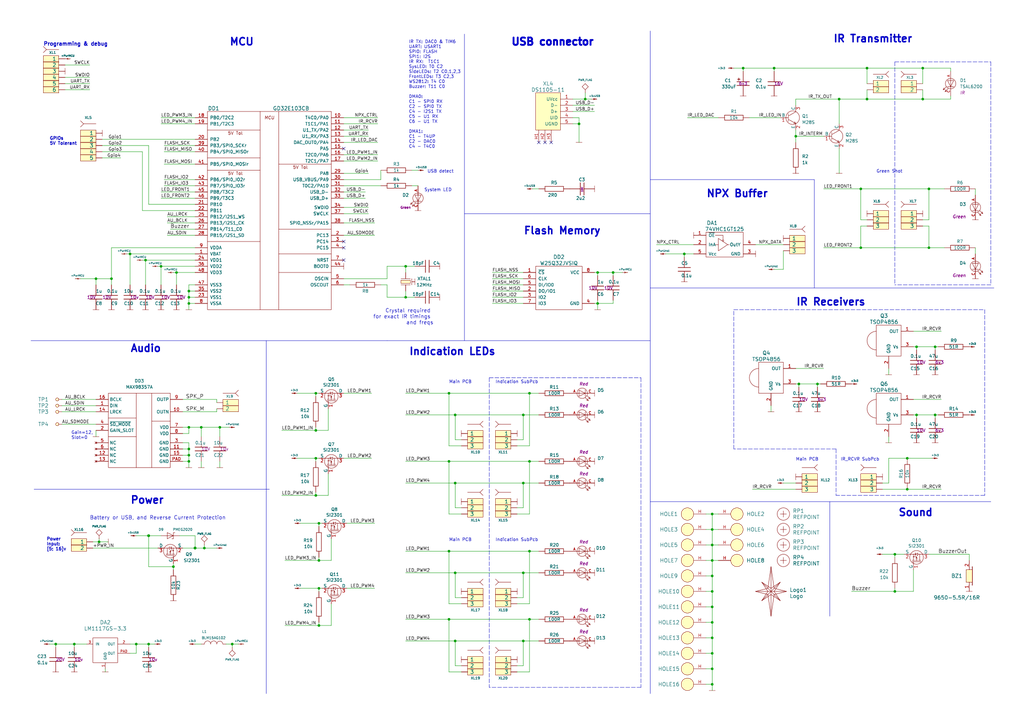
<source format=kicad_sch>
(kicad_sch (version 20230121) (generator eeschema)
  (paper "A3")
  (title_block (title "IR PCB v3") (date "2023-10-07") (rev "1"))
  (lib_symbols
    (symbol "Audio_kl:MAX98357"
      (property "Reference" "DD" (at -12.7 16.51 0))
      (property "Value" "MAX98357" (at 6.35 16.51 0))
      (symbol "MAX98357_1_1"
        (pin passive line (at -19.05 10.16 0) (length 5.08) (name "DIN") (number "1"))
        (pin passive line (at 16.51 7.62 180) (length 5.08) (name "OUTN") (number "10"))
        (pin power_in line (at 16.51 -7.62 180) (length 5.08) (name "GND") (number "11"))
        (pin no_connect line (at -19.05 -10.16 0) (length 5.08) (name "NC") (number "12"))
        (pin no_connect line (at -19.05 -12.7 0) (length 5.08) (name "NC") (number "13"))
        (pin passive line (at -19.05 7.62 0) (length 5.08) (name "LRCK") (number "14"))
        (pin power_in line (at 16.51 -10.16 180) (length 5.08) (name "GND") (number "15"))
        (pin passive line (at -19.05 12.7 0) (length 5.08) (name "BCLK") (number "16"))
        (pin passive line (at -19.05 0 0) (length 5.08) (name "GAIN_SLOT") (number "2"))
        (pin power_in line (at 16.51 -5.08 180) (length 5.08) (name "GND") (number "3"))
        (pin passive line (at -19.05 2.54 0) (length 5.08) (name "~{SD_MODE}") (number "4"))
        (pin no_connect line (at -19.05 -5.08 0) (length 5.08) (name "NC") (number "5"))
        (pin no_connect line (at -19.05 -7.62 0) (length 5.08) (name "NC") (number "6"))
        (pin power_in line (at 16.51 1.27 180) (length 5.08) (name "VDD") (number "7"))
        (pin power_in line (at 16.51 -1.27 180) (length 5.08) (name "VDD") (number "8"))
        (pin passive line (at 16.51 12.7 180) (length 5.08) (name "OUTP") (number "9"))
        (pin passive line (at 16.51 -12.7 180) (length 5.08) (name "GND") (number "PAD"))
      )
    )
    (symbol "Connectors_kl:SOCKET_2" (pin_numbers hide) (pin_names (offset 1.016))
      (property "Reference" "XL" (at -1.27 6.35 0))
      (symbol "SOCKET_2_1_1"
        (pin passive line (at -5.08 1.27 0) (length 2.54) (name "1") (number "1"))
        (pin passive line (at -5.08 -1.27 0) (length 2.54) (name "2") (number "2"))
      )
    )
    (symbol "Connectors_kl:SOCKET_3" (pin_numbers hide) (pin_names (offset 1.016))
      (property "Reference" "XL" (at -1.27 7.62 0))
      (symbol "SOCKET_3_1_1"
        (pin passive line (at -5.08 2.54 0) (length 2.54) (name "1") (number "1"))
        (pin passive line (at -5.08 0 0) (length 2.54) (name "2") (number "2"))
        (pin passive line (at -5.08 -2.54 0) (length 2.54) (name "3") (number "3"))
      )
    )
    (symbol "Connectors_kl:SOCKET_5" (pin_numbers hide) (pin_names (offset 1.016))
      (property "Reference" "XL" (at -1.27 10.16 0))
      (symbol "SOCKET_5_1_1"
        (pin passive line (at -5.08 5.08 0) (length 2.54) (name "1") (number "1"))
        (pin passive line (at -5.08 2.54 0) (length 2.54) (name "2") (number "2"))
        (pin passive line (at -5.08 0 0) (length 2.54) (name "3") (number "3"))
        (pin passive line (at -5.08 -2.54 0) (length 2.54) (name "4") (number "4"))
        (pin passive line (at -5.08 -5.08 0) (length 2.54) (name "5") (number "5"))
      )
    )
    (symbol "Connectors_kl:SOCKET_6" (pin_numbers hide) (pin_names (offset 1.016))
      (property "Reference" "XL" (at -1.27 11.43 0))
      (symbol "SOCKET_6_1_1"
        (pin passive line (at -5.08 6.35 0) (length 2.54) (name "1") (number "1"))
        (pin passive line (at -5.08 3.81 0) (length 2.54) (name "2") (number "2"))
        (pin passive line (at -5.08 1.27 0) (length 2.54) (name "3") (number "3"))
        (pin passive line (at -5.08 -1.27 0) (length 2.54) (name "4") (number "4"))
        (pin passive line (at -5.08 -3.81 0) (length 2.54) (name "5") (number "5"))
        (pin passive line (at -5.08 -6.35 0) (length 2.54) (name "6") (number "6"))
      )
    )
    (symbol "Connectors_kl:USB_MICRO_3H" (pin_names (offset 1.016))
      (property "Reference" "XL" (at -5.08 11.43 0))
      (property "Value" "USB_MICRO_3H" (at -2.54 8.89 0))
      (symbol "USB_MICRO_3H_0_1"
        (pin passive line (at -3.81 -12.7 90) (length 5.08) (name "~") (number "H3"))
      )
      (symbol "USB_MICRO_3H_1_1"
        (pin power_out line (at 5.08 5.08 180) (length 5.08) (name "UVcc") (number "1"))
        (pin passive line (at 5.08 2.54 180) (length 5.08) (name "D-") (number "2"))
        (pin passive line (at 5.08 0 180) (length 5.08) (name "D+") (number "3"))
        (pin passive line (at 5.08 -2.54 180) (length 5.08) (name "UID") (number "4"))
        (pin power_out line (at 5.08 -5.08 180) (length 5.08) (name "UGND") (number "5"))
        (pin passive line (at -8.89 -12.7 90) (length 5.08) (name "~") (number "H1"))
        (pin passive line (at -6.35 -12.7 90) (length 5.08) (name "~") (number "H2"))
      )
    )
    (symbol "GD:GD32E103CB" (pin_names (offset 1.016))
      (property "Reference" "DD" (at -25.4 34.29 0))
      (property "Value" "GD32E103CB" (at -2.54 34.29 0))
      (symbol "GD32E103CB_0_1"
        (text "5V Tol" (at -13.97 7.62 0) (effects (font (size 1.27 1.27))))
        (text "5V Tol" (at -13.97 24.13 0) (effects (font (size 1.27 1.27))))
        (text "5V Tol" (at 12.7 10.16 0) (effects (font (size 1.27 1.27))))
        (text "MCU" (at 0 30.48 0) (effects (font (size 1.27 1.27) italic)))
      )
      (symbol "GD32E103CB_1_1"
        (pin power_in line (at -30.48 -25.4 0) (length 5.08) (name "VBAT") (number "1"))
        (pin passive line (at 30.48 30.48 180) (length 5.08) (name "PA0") (number "10") (alternate "T4C0/PA0" passive line))
        (pin passive line (at 30.48 27.94 180) (length 5.08) (name "PA1") (number "11") (alternate "T1C1/PA1" passive line))
        (pin passive line (at 30.48 25.4 180) (length 5.08) (name "PA2") (number "12") (alternate "U1_TX/PA2" passive line))
        (pin passive line (at 30.48 22.86 180) (length 5.08) (name "PA3") (number "13") (alternate "U1_RX/PA3" passive line))
        (pin passive line (at 30.48 20.32 180) (length 5.08) (name "PA4") (number "14") (alternate "DAC_OUT0/PA4" passive line))
        (pin passive line (at 30.48 17.78 180) (length 5.08) (name "PA5") (number "15"))
        (pin passive line (at 30.48 15.24 180) (length 5.08) (name "PA6") (number "16") (alternate "T2C0/PA6" passive line))
        (pin passive line (at 30.48 12.7 180) (length 5.08) (name "PA7") (number "17") (alternate "T2C1/PA7" passive line))
        (pin passive line (at -30.48 30.48 0) (length 5.08) (name "PB0") (number "18") (alternate "PB0/T2C2" passive line))
        (pin passive line (at -30.48 27.94 0) (length 5.08) (name "PB1") (number "19") (alternate "PB1/T2C3" passive line))
        (pin passive line (at 30.48 -17.78 180) (length 5.08) (name "PC13") (number "2"))
        (pin passive line (at -30.48 21.59 0) (length 5.08) (name "PB2") (number "20"))
        (pin passive line (at -30.48 -5.08 0) (length 5.08) (name "PB10") (number "21"))
        (pin passive line (at -30.48 -7.62 0) (length 5.08) (name "PB11") (number "22"))
        (pin power_in line (at -30.48 -43.18 0) (length 5.08) (name "VSS1") (number "23"))
        (pin power_in line (at -30.48 -27.94 0) (length 5.08) (name "VDD1") (number "24"))
        (pin passive line (at -30.48 -10.16 0) (length 5.08) (name "PB12") (number "25") (alternate "PB12/I2S1_WS" passive line))
        (pin passive line (at -30.48 -12.7 0) (length 5.08) (name "PB13") (number "26") (alternate "PB13/I2S1_CK" passive line))
        (pin passive line (at -30.48 -15.24 0) (length 5.08) (name "PB14") (number "27") (alternate "PB14/T11_C0" passive line))
        (pin passive line (at -30.48 -17.78 0) (length 5.08) (name "PB15") (number "28") (alternate "PB15/I2S1_SD" passive line))
        (pin passive line (at 30.48 7.62 180) (length 5.08) (name "PA8") (number "29"))
        (pin passive line (at 30.48 -20.32 180) (length 5.08) (name "PC14") (number "3"))
        (pin passive line (at 30.48 5.08 180) (length 5.08) (name "PA9") (number "30") (alternate "USB_VBUS/PA9" passive line))
        (pin passive line (at 30.48 2.54 180) (length 5.08) (name "PA10") (number "31") (alternate "T0C2/PA10" passive line))
        (pin passive line (at 30.48 0 180) (length 5.08) (name "PA11") (number "32") (alternate "USB_D-" passive line))
        (pin passive line (at 30.48 -2.54 180) (length 5.08) (name "PA12") (number "33") (alternate "USB_D+" passive line))
        (pin passive line (at 30.48 -6.35 180) (length 5.08) (name "SWDIO") (number "34"))
        (pin power_in line (at -30.48 -40.64 0) (length 5.08) (name "VSS2") (number "35"))
        (pin power_in line (at -30.48 -30.48 0) (length 5.08) (name "VDD2") (number "36"))
        (pin passive line (at 30.48 -8.89 180) (length 5.08) (name "SWCLK") (number "37"))
        (pin passive line (at 30.48 -12.7 180) (length 5.08) (name "JTDI") (number "38") (alternate "SPI0_NSSr/PA15" passive line))
        (pin passive line (at -30.48 19.05 0) (length 5.08) (name "JTDO") (number "39") (alternate "PB3/SPI0_SCKr" passive line))
        (pin passive line (at 30.48 -22.86 180) (length 5.08) (name "PC15") (number "4"))
        (pin passive line (at -30.48 16.51 0) (length 5.08) (name "NJTRST") (number "40") (alternate "PB4/SPI0_MISOr" passive line))
        (pin passive line (at -30.48 11.43 0) (length 5.08) (name "PB5") (number "41") (alternate "PB5/SPI0_MOSIr" passive line))
        (pin passive line (at -30.48 5.08 0) (length 5.08) (name "PB6") (number "42") (alternate "PB6/SPI0_IO2r" passive line))
        (pin passive line (at -30.48 2.54 0) (length 5.08) (name "PB7") (number "43") (alternate "PB7/SPI0_IO3r" passive line))
        (pin passive line (at 30.48 -30.48 180) (length 5.08) (name "BOOT0") (number "44"))
        (pin passive line (at -30.48 0 0) (length 5.08) (name "PB8") (number "45") (alternate "PB8/T3C2" passive line))
        (pin passive line (at -30.48 -2.54 0) (length 5.08) (name "PB9") (number "46") (alternate "PB9/T3C3" passive line))
        (pin power_in line (at -30.48 -38.1 0) (length 5.08) (name "VSS3") (number "47"))
        (pin power_in line (at -30.48 -33.02 0) (length 5.08) (name "VDD3") (number "48"))
        (pin passive line (at 30.48 -35.56 180) (length 5.08) (name "OSCIN") (number "5"))
        (pin passive line (at 30.48 -38.1 180) (length 5.08) (name "OSCOUT") (number "6"))
        (pin passive line (at 30.48 -27.94 180) (length 5.08) (name "NRST") (number "7"))
        (pin power_in line (at -30.48 -45.72 0) (length 5.08) (name "VSSA") (number "8"))
        (pin power_in line (at -30.48 -22.86 0) (length 5.08) (name "VDDA") (number "9"))
      )
    )
    (symbol "Memory:W25Q32JV" (pin_names (offset 1.016))
      (property "Reference" "DD" (at 7.62 10.16 0))
      (property "Value" "W25Q32JV" (at -6.35 10.16 0))
      (symbol "W25Q32JV_1_1"
        (pin passive line (at -15.24 6.35 0) (length 5.08) (name "~{CS}") (number "1"))
        (pin passive line (at -15.24 -1.27 0) (length 5.08) (name "DO/IO1") (number "2"))
        (pin passive line (at -15.24 -3.81 0) (length 5.08) (name "IO2") (number "3"))
        (pin power_in line (at 13.97 -6.35 180) (length 5.08) (name "GND") (number "4"))
        (pin passive line (at -15.24 1.27 0) (length 5.08) (name "DI/IO0") (number "5"))
        (pin passive line (at -15.24 3.81 0) (length 5.08) (name "CLK") (number "6"))
        (pin passive line (at -15.24 -6.35 0) (length 5.08) (name "IO3") (number "7"))
        (pin power_in line (at 13.97 6.35 180) (length 5.08) (name "VCC") (number "8"))
      )
    )
    (symbol "Power_kl:LD1117" (pin_names (offset 1.016))
      (property "Reference" "DA" (at -2.54 7.62 0))
      (property "Value" "LD1117" (at 0 5.08 0))
      (property "Datasheet" "D:/Мои документы/Инструкции/datasheets/Power/LD1117S33.pdf" (at 0 0 0))
      (symbol "LD1117_1_1"
        (pin power_in line (at 0 -8.89 90) (length 2.54) (name "GND") (number "1"))
        (pin power_out line (at 10.16 1.27 180) (length 5.08) (name "OUT") (number "2"))
        (pin power_in line (at -7.62 1.27 0) (length 2.54) (name "IN") (number "3"))
        (pin passive line (at 10.16 -2.54 180) (length 5.08) (name "OUT") (number "PAD"))
      )
    )
    (symbol "REFPOINT_1" (pin_names (offset 1.016)) (in_bom no)
      (property "Reference" "RP" (at 17.78 0 0))
      (property "Value" "REFPOINT" (at 8.89 0 0))
      (symbol "REFPOINT_1_1_1"
        (pin no_connect line (at -1.27 0 0) (length 2.54) hide (name "~") (number "REF"))
      )
    )
    (symbol "Sensors:TSOP48xx" (pin_names (offset 1.016))
      (property "Reference" "Q" (at -5.08 7.62 0))
      (property "Value" "TSOP48xx" (at 3.81 7.62 0))
      (symbol "TSOP48xx_1_1"
        (pin passive line (at 10.16 2.54 180) (length 5.08) (name "OUT") (number "1"))
        (pin passive line (at 0 -12.7 90) (length 5.08) (name "GND") (number "2"))
        (pin passive line (at 10.16 -3.81 180) (length 5.08) (name "Vs") (number "3"))
      )
    )
    (symbol "Tittar_kl:BUZZER" (pin_names (offset 1.016) hide)
      (property "Reference" "BZ" (at 5.08 2.54 0))
      (property "Value" "BUZZER" (at 7.62 -2.54 0))
      (symbol "BUZZER_1_1"
        (pin passive line (at 0 -6.35 90) (length 3.81) (name "1") (number "1"))
        (pin passive line (at 0 6.35 270) (length 3.81) (name "2") (number "2"))
      )
    )
    (symbol "Tittar_kl:C" (pin_numbers hide) (pin_names (offset 0.254))
      (property "Reference" "C" (at -2.54 -2.54 0))
      (property "Value" "C" (at -2.54 2.54 0))
      (property "Voltage" "10V" (at 0 0 0))
      (symbol "C_1_1"
        (pin passive line (at 0 5.08 270) (length 4.318) (name "~") (number "1"))
        (pin passive line (at 0 -5.08 90) (length 4.318) (name "~") (number "2"))
      )
    )
    (symbol "Tittar_kl:CP" (pin_numbers hide) (pin_names (offset 0.254))
      (property "Reference" "C" (at 1.27 2.54 0))
      (property "Value" "CP" (at 1.27 -2.54 0))
      (symbol "CP_1_1"
        (pin passive line (at 0 5.08 270) (length 4.318) (name "~") (number "1"))
        (pin passive line (at 0 -5.08 90) (length 4.318) (name "~") (number "2"))
      )
    )
    (symbol "Tittar_kl:CRYSTAL_H" (pin_numbers hide) (pin_names (offset 1.016) hide)
      (property "Reference" "XTAL" (at 0 6.985 0))
      (property "Value" "CRYSTAL_H" (at 0.635 5.08 0))
      (symbol "CRYSTAL_H_1_1"
        (pin passive line (at -3.81 0 0) (length 2.54) (name "1") (number "1"))
        (pin passive line (at 3.81 0 180) (length 2.54) (name "2") (number "2"))
        (pin passive line (at 0 -3.81 90) (length 1.27) (name "H") (number "H"))
      )
    )
    (symbol "Tittar_kl:D_Shottky" (pin_numbers hide) (pin_names (offset 1.016) hide)
      (property "Reference" "D" (at 0 2.54 0))
      (property "Value" "D_Shottky" (at 0 -2.54 0))
      (symbol "D_Shottky_1_1"
        (pin passive line (at -3.81 0 0) (length 2.54) (name "~") (number "A"))
        (pin passive line (at 3.81 0 180) (length 2.54) (name "~") (number "C"))
      )
    )
    (symbol "Tittar_kl:L" (pin_numbers hide) (pin_names (offset 1.016) hide)
      (property "Reference" "L" (at -2.54 -3.556 90))
      (property "Value" "L" (at -2.54 0 90))
      (symbol "L_1_1"
        (pin passive line (at 0 5.08 270) (length 1.27) (name "1") (number "1"))
        (pin passive line (at 0 -5.08 90) (length 1.27) (name "2") (number "2"))
      )
    )
    (symbol "Tittar_kl:LED" (pin_names (offset 1.016) hide)
      (property "Reference" "D" (at 2.54 3.556 0))
      (property "Value" "LED" (at -2.032 3.556 0))
      (property "Color" "Green" (at 0 -3.81 0))
      (symbol "LED_1_1"
        (pin passive line (at -5.08 0 0) (length 3.81) (name "A") (number "A"))
        (pin passive line (at 5.08 0 180) (length 3.81) (name "C") (number "C"))
      )
    )
    (symbol "Tittar_kl:R" (pin_numbers hide) (pin_names (offset 0))
      (property "Reference" "R" (at 2.032 -3.81 90))
      (property "Value" "R" (at 0 0 90))
      (symbol "R_1_1"
        (pin passive line (at 0 6.35 270) (length 2.54) (name "~") (number "1"))
        (pin passive line (at 0 -6.35 90) (length 2.54) (name "~") (number "2"))
      )
    )
    (symbol "Transistors_kl:NPN" (pin_names (offset 0))
      (property "Reference" "Q" (at 5.08 1.27 0))
      (property "Value" "NPN" (at 6.35 -1.27 0))
      (symbol "NPN_1_1"
        (pin passive line (at -5.08 0 0) (length 2.54) (name "B") (number "1"))
        (pin passive line (at 1.27 -5.08 90) (length 2.54) (name "E") (number "2"))
        (pin passive line (at 1.27 5.08 270) (length 2.54) (name "C") (number "3"))
      )
    )
    (symbol "Transistors_kl:P_3PIN" (pin_names (offset 0))
      (property "Reference" "Q" (at 3.81 -3.81 0))
      (property "Value" "P_3PIN" (at 0 5.08 0))
      (symbol "P_3PIN_1_1"
        (pin passive line (at -1.27 -5.08 90) (length 2.54) (name "G") (number "1"))
        (pin passive line (at -5.08 1.27 0) (length 2.54) (name "S") (number "2"))
        (pin passive line (at 5.08 1.27 180) (length 2.54) (name "D") (number "3"))
      )
    )
    (symbol "pcb_details:HOLE_METALLED" (pin_names (offset 1.016)) (in_bom no)
      (property "Reference" "HOLE" (at -12.7 -1.27 0))
      (property "Value" "HOLE_METALLED" (at -13.97 1.27 0))
      (symbol "HOLE_METALLED_1_1"
        (pin passive line (at 7.62 0 180) (length 5.08) (name "~") (number "H"))
      )
    )
    (symbol "pcb_details:Logo" (pin_names (offset 1.016)) (in_bom no)
      (property "Reference" "Logo" (at -2.54 11.43 0))
      (property "Value" "Logo" (at 5.08 11.43 0))
    )
    (symbol "pcb_details:REFPOINT" (pin_names (offset 1.016)) (in_bom no)
      (property "Reference" "RP" (at 17.78 0 0))
      (property "Value" "REFPOINT" (at 8.89 0 0))
      (symbol "REFPOINT_1_1"
        (pin no_connect line (at -1.27 0 0) (length 2.54) hide (name "~") (number "REF"))
      )
    )
    (symbol "pcb_details:TESTPOINT" (pin_numbers hide) (pin_names (offset 1.016)) (in_bom no)
      (property "Reference" "TP" (at -5.715 0 0))
      (symbol "TESTPOINT_1_1"
        (pin passive line (at 0 0 180) (length 1.27) (name "~") (number "1"))
      )
    )
    (symbol "power:+3v3" (power) (pin_names (offset 0))
      (property "Value" "+3v3" (at 3.81 0 0))
      (symbol "+3v3_0_0"
        (pin power_in line (at 0 0 90) (length 0) hide (name "+3v3") (number "1"))
      )
    )
    (symbol "power:+5vUSB" (power) (pin_names (offset 0))
      (property "Value" "+5vUSB" (at 2.54 1.27 0))
      (symbol "+5vUSB_0_0"
        (pin power_in line (at 0 0 90) (length 0) hide (name "+5vUSB") (number "1"))
      )
    )
    (symbol "power:+PwrMCU" (power) (pin_names (offset 0))
      (property "Value" "+PwrMCU" (at 1.778 0.762 0))
      (symbol "+PwrMCU_0_0"
        (pin power_in line (at 0 0 90) (length 0) hide (name "+PwrMCU") (number "1"))
      )
    )
    (symbol "power:+PwrUnst" (power) (pin_names (offset 0))
      (property "Value" "+PwrUnst" (at 2.032 0.762 0))
      (symbol "+PwrUnst_0_0"
        (pin power_in line (at 0 0 90) (length 0) hide (name "+PwrUnst") (number "1"))
      )
    )
    (symbol "power:GND" (power) (pin_names (offset 0.254))
      (symbol "GND_1_1"
        (pin power_in line (at 0 0 270) (length 0) hide (name "GND") (number "1"))
      )
    )
    (symbol "power:PWR_FLAG" (power) (pin_numbers hide) (pin_names (offset 0) hide)
      (property "Value" "PWR_FLAG" (at 0 5.08 0))
      (symbol "PWR_FLAG_0_0"
        (pin power_out line (at 0 0 90) (length 0) (name "pwr") (number "1"))
      )
    )
    (symbol "standard_logic:1xBUF_W3STATE" (pin_names (offset 1.016))
      (property "Reference" "DA" (at -5.715 6.35 0))
      (property "Value" "1xBUF_W3STATE" (at 5.08 6.35 0))
      (symbol "1xBUF_W3STATE_1_1"
        (pin passive line (at -11.43 3.81 0) (length 5.08) (name "~{OE}") (number "1"))
        (pin passive line (at -11.43 0 0) (length 5.08) (name "InA") (number "2"))
        (pin power_in line (at 13.97 -3.81 180) (length 5.08) (name "GND") (number "3"))
        (pin passive line (at 13.97 0 180) (length 5.08) (name "OutY") (number "4"))
        (pin power_in line (at -11.43 -3.81 0) (length 5.08) (name "Vcc") (number "5"))
      )
    )
  )
  (junction (at 166.37 121.92))
  (junction (at 30.48 264.16))
  (junction (at 217.17 189.23))
  (junction (at 381 77.47))
  (junction (at 292.1 236.22))
  (junction (at 240.03 40.64))
  (junction (at 367.03 242.57))
  (junction (at 245.11 111.76))
  (junction (at 129.54 161.29))
  (junction (at 39.37 114.3))
  (junction (at 60.96 264.16))
  (junction (at 45.72 114.3))
  (junction (at 77.47 189.23) (diameter 0.9144))
  (junction (at 280.67 104.14))
  (junction (at 186.69 198.12))
  (junction (at 130.81 214.63))
  (junction (at 72.39 111.76))
  (junction (at 292.1 248.92))
  (junction (at 214.63 198.12))
  (junction (at 77.47 119.38))
  (junction (at 304.8 27.94))
  (junction (at 292.1 223.52))
  (junction (at 292.1 217.17))
  (junction (at 326.39 55.88))
  (junction (at 378.46 27.94))
  (junction (at 383.54 170.18))
  (junction (at 375.92 142.24))
  (junction (at 292.1 210.82))
  (junction (at 77.47 124.46))
  (junction (at 383.54 142.24))
  (junction (at 40.64 222.25))
  (junction (at 77.47 121.92))
  (junction (at 344.17 40.64))
  (junction (at 55.88 264.16))
  (junction (at 217.17 161.29))
  (junction (at 292.1 267.97))
  (junction (at 372.11 187.96))
  (junction (at 80.01 224.79) (diameter 1.016))
  (junction (at 130.81 241.3))
  (junction (at 130.81 229.87))
  (junction (at 184.15 161.29))
  (junction (at 77.47 184.15) (diameter 0.9144))
  (junction (at 186.69 170.18))
  (junction (at 214.63 170.18))
  (junction (at 237.49 50.8))
  (junction (at 184.15 226.06))
  (junction (at 90.17 175.26))
  (junction (at 381 101.6))
  (junction (at 355.6 40.64))
  (junction (at 71.12 232.41))
  (junction (at 327.66 157.48))
  (junction (at 292.1 261.62))
  (junction (at 245.11 124.46))
  (junction (at 355.6 27.94))
  (junction (at 292.1 280.67))
  (junction (at 317.5 27.94))
  (junction (at 184.15 254))
  (junction (at 292.1 255.27))
  (junction (at 186.69 234.95))
  (junction (at 59.69 106.68))
  (junction (at 77.47 186.69) (diameter 0.9144))
  (junction (at 82.55 175.26) (diameter 0.9144))
  (junction (at 335.28 157.48))
  (junction (at 214.63 262.89))
  (junction (at 251.46 111.76))
  (junction (at 353.06 101.6))
  (junction (at 372.11 200.66))
  (junction (at 367.03 227.33))
  (junction (at 129.54 203.2))
  (junction (at 77.47 175.26) (diameter 0.9144))
  (junction (at 292.1 242.57))
  (junction (at 53.34 104.14))
  (junction (at 95.25 264.16))
  (junction (at 378.46 40.64))
  (junction (at 166.37 109.22))
  (junction (at 214.63 234.95))
  (junction (at 217.17 226.06))
  (junction (at 66.04 109.22))
  (junction (at 129.54 187.96))
  (junction (at 353.06 77.47))
  (junction (at 129.54 176.53))
  (junction (at 292.1 229.87))
  (junction (at 217.17 254))
  (junction (at 60.96 219.71) (diameter 1.016))
  (junction (at 375.92 170.18))
  (junction (at 184.15 189.23))
  (junction (at 83.82 224.79) (diameter 0.9144))
  (junction (at 186.69 262.89))
  (junction (at 292.1 274.32))
  (junction (at 130.81 256.54))
  (junction (at 22.86 264.16))
  (no_connect (at 223.52 58.42))
  (no_connect (at 226.06 58.42))
  (no_connect (at 220.98 58.42))
  (no_connect (at 140.97 101.6))
  (no_connect (at 140.97 106.68))
  (no_connect (at 140.97 99.06))
  (no_connect (at 140.97 60.96))
  (wire (pts (xy 68.58 96.52) (xy 80.01 96.52)))
  (wire (pts (xy 184.15 189.23) (xy 217.17 189.23)))
  (wire (pts (xy 289.56 255.27) (xy 292.1 255.27)))
  (wire (pts (xy 82.55 189.23) (xy 82.55 191.77)))
  (wire (pts (xy 292.1 217.17) (xy 294.64 217.17)))
  (wire (pts (xy 335.28 157.48) (xy 335.28 158.75)))
  (wire (pts (xy 170.18 121.92) (xy 166.37 121.92)))
  (polyline (pts (xy 262.89 281.94) (xy 200.66 281.94)) (stroke (width 0) (type dash)))
  (wire (pts (xy 292.1 210.82) (xy 289.56 210.82)))
  (wire (pts (xy 30.48 264.16) (xy 30.48 265.43)))
  (wire (pts (xy 353.06 90.17) (xy 353.06 77.47)))
  (wire (pts (xy 39.37 176.53) (xy 39.37 179.07)))
  (wire (pts (xy 156.21 73.66) (xy 140.97 73.66)))
  (wire (pts (xy 135.89 229.87) (xy 130.81 229.87)))
  (polyline (pts (xy 407.67 118.11) (xy 266.7 118.11)))
  (wire (pts (xy 158.75 109.22) (xy 158.75 114.3)))
  (wire (pts (xy 280.67 104.14) (xy 284.48 104.14)))
  (wire (pts (xy 140.97 55.88) (xy 151.13 55.88)))
  (wire (pts (xy 166.37 170.18) (xy 186.69 170.18)))
  (wire (pts (xy 64.77 109.22) (xy 66.04 109.22)))
  (wire (pts (xy 184.15 161.29) (xy 217.17 161.29)))
  (wire (pts (xy 214.63 180.34) (xy 214.63 170.18)))
  (wire (pts (xy 35.56 264.16) (xy 30.48 264.16)))
  (wire (pts (xy 115.57 176.53) (xy 129.54 176.53)))
  (wire (pts (xy 292.1 242.57) (xy 292.1 236.22)))
  (wire (pts (xy 212.09 208.28) (xy 214.63 208.28)))
  (polyline (pts (xy 300.99 127) (xy 403.86 127)) (stroke (width 0) (type dash)))
  (wire (pts (xy 189.23 180.34) (xy 186.69 180.34)))
  (wire (pts (xy 214.63 111.76) (xy 201.93 111.76)))
  (wire (pts (xy 251.46 123.19) (xy 251.46 124.46)))
  (wire (pts (xy 289.56 223.52) (xy 292.1 223.52)))
  (wire (pts (xy 74.93 186.69) (xy 77.47 186.69)))
  (wire (pts (xy 184.15 247.65) (xy 184.15 226.06)))
  (wire (pts (xy 292.1 223.52) (xy 294.64 223.52)))
  (wire (pts (xy 364.49 151.13) (xy 364.49 153.67)))
  (wire (pts (xy 184.15 254) (xy 217.17 254)))
  (wire (pts (xy 184.15 226.06) (xy 217.17 226.06)))
  (wire (pts (xy 383.54 142.24) (xy 384.81 142.24)))
  (wire (pts (xy 45.72 101.6) (xy 80.01 101.6)))
  (wire (pts (xy 74.93 163.83) (xy 88.9 163.83)))
  (wire (pts (xy 374.65 142.24) (xy 375.92 142.24)))
  (wire (pts (xy 327.66 157.48) (xy 335.28 157.48)))
  (wire (pts (xy 134.62 203.2) (xy 129.54 203.2)))
  (wire (pts (xy 212.09 275.59) (xy 217.17 275.59)))
  (wire (pts (xy 307.34 48.26) (xy 320.04 48.26)))
  (wire (pts (xy 375.92 142.24) (xy 375.92 143.51)))
  (wire (pts (xy 374.65 135.89) (xy 386.08 135.89)))
  (wire (pts (xy 68.58 88.9) (xy 80.01 88.9)))
  (wire (pts (xy 364.49 198.12) (xy 361.95 198.12)))
  (wire (pts (xy 300.99 27.94) (xy 304.8 27.94)))
  (wire (pts (xy 364.49 179.07) (xy 364.49 181.61)))
  (wire (pts (xy 292.1 267.97) (xy 292.1 261.62)))
  (wire (pts (xy 53.34 104.14) (xy 53.34 116.84)))
  (polyline (pts (xy 190.5 13.97) (xy 190.5 139.7)))
  (wire (pts (xy 60.96 59.69) (xy 41.91 59.69)))
  (wire (pts (xy 186.69 198.12) (xy 186.69 208.28)))
  (wire (pts (xy 326.39 151.13) (xy 337.82 151.13)))
  (wire (pts (xy 189.23 275.59) (xy 184.15 275.59)))
  (wire (pts (xy 77.47 116.84) (xy 80.01 116.84)))
  (wire (pts (xy 234.95 50.8) (xy 237.49 50.8)))
  (wire (pts (xy 251.46 113.03) (xy 251.46 111.76)))
  (wire (pts (xy 184.15 275.59) (xy 184.15 254)))
  (wire (pts (xy 22.86 264.16) (xy 20.32 264.16)))
  (wire (pts (xy 212.09 273.05) (xy 214.63 273.05)))
  (wire (pts (xy 184.15 210.82) (xy 184.15 189.23)))
  (wire (pts (xy 397.51 229.87) (xy 397.51 227.33)))
  (wire (pts (xy 381 77.47) (xy 387.35 77.47)))
  (wire (pts (xy 237.49 50.8) (xy 237.49 58.42)))
  (wire (pts (xy 217.17 189.23) (xy 220.98 189.23)))
  (wire (pts (xy 189.23 182.88) (xy 184.15 182.88)))
  (polyline (pts (xy 13.97 200.66) (xy 110.49 200.66)))
  (wire (pts (xy 372.11 187.96) (xy 382.27 187.96)))
  (wire (pts (xy 41.91 62.23) (xy 58.42 62.23)))
  (wire (pts (xy 71.12 232.41) (xy 71.12 233.68)))
  (wire (pts (xy 217.17 226.06) (xy 220.98 226.06)))
  (wire (pts (xy 289.56 274.32) (xy 292.1 274.32)))
  (wire (pts (xy 74.93 189.23) (xy 77.47 189.23)))
  (wire (pts (xy 374.65 170.18) (xy 375.92 170.18)))
  (polyline (pts (xy 340.36 205.74) (xy 340.36 252.73)))
  (wire (pts (xy 245.11 111.76) (xy 251.46 111.76)))
  (wire (pts (xy 166.37 234.95) (xy 186.69 234.95)))
  (wire (pts (xy 292.1 229.87) (xy 294.64 229.87)))
  (wire (pts (xy 39.37 114.3) (xy 33.02 114.3)))
  (wire (pts (xy 374.65 163.83) (xy 386.08 163.83)))
  (wire (pts (xy 67.31 59.69) (xy 80.01 59.69)))
  (wire (pts (xy 140.97 50.8) (xy 154.94 50.8)))
  (wire (pts (xy 58.42 106.68) (xy 59.69 106.68)))
  (polyline (pts (xy 367.03 25.4) (xy 367.03 116.84)) (stroke (width 0) (type dash)))
  (wire (pts (xy 189.23 208.28) (xy 186.69 208.28)))
  (wire (pts (xy 158.75 116.84) (xy 156.21 116.84)))
  (wire (pts (xy 234.95 48.26) (xy 237.49 48.26)))
  (wire (pts (xy 245.11 111.76) (xy 245.11 113.03)))
  (wire (pts (xy 74.93 168.91) (xy 88.9 168.91)))
  (wire (pts (xy 234.95 45.72) (xy 243.84 45.72)))
  (wire (pts (xy 289.56 280.67) (xy 292.1 280.67)))
  (wire (pts (xy 397.51 227.33) (xy 381 227.33)))
  (wire (pts (xy 154.94 63.5) (xy 140.97 63.5)))
  (wire (pts (xy 383.54 170.18) (xy 383.54 171.45)))
  (wire (pts (xy 381 101.6) (xy 387.35 101.6)))
  (wire (pts (xy 367.03 227.33) (xy 370.84 227.33)))
  (wire (pts (xy 166.37 109.22) (xy 166.37 111.76)))
  (wire (pts (xy 326.39 40.64) (xy 344.17 40.64)))
  (wire (pts (xy 166.37 121.92) (xy 158.75 121.92)))
  (wire (pts (xy 381 90.17) (xy 381 77.47)))
  (wire (pts (xy 166.37 198.12) (xy 186.69 198.12)))
  (wire (pts (xy 74.93 181.61) (xy 77.47 181.61)))
  (wire (pts (xy 123.19 241.3) (xy 130.81 241.3)))
  (wire (pts (xy 166.37 226.06) (xy 184.15 226.06)))
  (wire (pts (xy 129.54 175.26) (xy 129.54 176.53)))
  (wire (pts (xy 71.12 111.76) (xy 72.39 111.76)))
  (wire (pts (xy 80.01 104.14) (xy 53.34 104.14)))
  (wire (pts (xy 234.95 40.64) (xy 240.03 40.64)))
  (wire (pts (xy 129.54 187.96) (xy 129.54 189.23)))
  (wire (pts (xy 77.47 121.92) (xy 80.01 121.92)))
  (wire (pts (xy 294.64 48.26) (xy 281.94 48.26)))
  (wire (pts (xy 289.56 242.57) (xy 292.1 242.57)))
  (wire (pts (xy 39.37 114.3) (xy 39.37 116.84)))
  (wire (pts (xy 74.93 175.26) (xy 77.47 175.26)))
  (wire (pts (xy 22.86 264.16) (xy 22.86 265.43)))
  (wire (pts (xy 130.81 241.3) (xy 130.81 242.57)))
  (wire (pts (xy 186.69 234.95) (xy 186.69 245.11)))
  (wire (pts (xy 77.47 181.61) (xy 77.47 184.15)))
  (wire (pts (xy 381 92.71) (xy 381 101.6)))
  (wire (pts (xy 186.69 262.89) (xy 186.69 273.05)))
  (wire (pts (xy 372.11 200.66) (xy 386.08 200.66)))
  (wire (pts (xy 344.17 60.96) (xy 344.17 71.12)))
  (wire (pts (xy 292.1 248.92) (xy 292.1 242.57)))
  (wire (pts (xy 355.6 27.94) (xy 355.6 34.29)))
  (wire (pts (xy 326.39 40.64) (xy 326.39 43.18)))
  (wire (pts (xy 67.31 73.66) (xy 80.01 73.66)))
  (polyline (pts (xy 266.7 205.74) (xy 266.7 284.48)))
  (polyline (pts (xy 367.03 25.4) (xy 406.4 25.4)) (stroke (width 0) (type dash)))
  (polyline (pts (xy 266.7 73.66) (xy 334.01 73.66)))
  (wire (pts (xy 55.88 267.97) (xy 55.88 264.16)))
  (wire (pts (xy 292.1 236.22) (xy 292.1 229.87)))
  (polyline (pts (xy 266.7 205.74) (xy 406.4 205.74)))
  (wire (pts (xy 52.07 104.14) (xy 53.34 104.14)))
  (wire (pts (xy 80.01 78.74) (xy 66.04 78.74)))
  (wire (pts (xy 353.06 92.71) (xy 353.06 101.6)))
  (wire (pts (xy 245.11 124.46) (xy 251.46 124.46)))
  (wire (pts (xy 273.05 104.14) (xy 280.67 104.14)))
  (wire (pts (xy 38.1 222.25) (xy 40.64 222.25)))
  (wire (pts (xy 214.63 170.18) (xy 220.98 170.18)))
  (wire (pts (xy 269.24 100.33) (xy 284.48 100.33)))
  (polyline (pts (xy 300.99 184.15) (xy 300.99 127)) (stroke (width 0) (type dash)))
  (wire (pts (xy 355.6 27.94) (xy 378.46 27.94)))
  (wire (pts (xy 292.1 261.62) (xy 292.1 255.27)))
  (wire (pts (xy 289.56 267.97) (xy 292.1 267.97)))
  (wire (pts (xy 212.09 247.65) (xy 217.17 247.65)))
  (polyline (pts (xy 406.4 25.4) (xy 406.4 116.84)) (stroke (width 0) (type dash)))
  (wire (pts (xy 186.69 198.12) (xy 214.63 198.12)))
  (wire (pts (xy 201.93 116.84) (xy 214.63 116.84)))
  (wire (pts (xy 292.1 255.27) (xy 292.1 248.92)))
  (wire (pts (xy 309.88 100.33) (xy 321.31 100.33)))
  (wire (pts (xy 82.55 175.26) (xy 82.55 179.07)))
  (wire (pts (xy 166.37 161.29) (xy 184.15 161.29)))
  (wire (pts (xy 134.62 167.64) (xy 134.62 176.53)))
  (wire (pts (xy 292.1 223.52) (xy 292.1 217.17)))
  (wire (pts (xy 129.54 161.29) (xy 129.54 162.56)))
  (wire (pts (xy 321.31 198.12) (xy 326.39 198.12)))
  (wire (pts (xy 327.66 157.48) (xy 327.66 158.75)))
  (wire (pts (xy 317.5 27.94) (xy 355.6 27.94)))
  (wire (pts (xy 292.1 210.82) (xy 294.64 210.82)))
  (wire (pts (xy 67.31 62.23) (xy 80.01 62.23)))
  (wire (pts (xy 140.97 91.44) (xy 153.67 91.44)))
  (wire (pts (xy 80.01 219.71) (xy 80.01 224.79)))
  (wire (pts (xy 166.37 189.23) (xy 184.15 189.23)))
  (wire (pts (xy 383.54 142.24) (xy 383.54 143.51)))
  (wire (pts (xy 130.81 214.63) (xy 132.08 214.63)))
  (wire (pts (xy 240.03 38.1) (xy 240.03 40.64)))
  (wire (pts (xy 316.23 166.37) (xy 316.23 168.91)))
  (polyline (pts (xy 200.66 154.94) (xy 262.89 154.94)) (stroke (width 0) (type dash)))
  (wire (pts (xy 60.96 219.71) (xy 60.96 232.41)))
  (wire (pts (xy 60.96 264.16) (xy 60.96 265.43)))
  (wire (pts (xy 68.58 91.44) (xy 80.01 91.44)))
  (wire (pts (xy 58.42 86.36) (xy 80.01 86.36)))
  (wire (pts (xy 67.31 67.31) (xy 80.01 67.31)))
  (wire (pts (xy 234.95 43.18) (xy 243.84 43.18)))
  (wire (pts (xy 77.47 175.26) (xy 82.55 175.26)))
  (wire (pts (xy 134.62 194.31) (xy 134.62 203.2)))
  (wire (pts (xy 116.84 256.54) (xy 130.81 256.54)))
  (wire (pts (xy 25.4 166.37) (xy 39.37 166.37)))
  (wire (pts (xy 214.63 262.89) (xy 220.98 262.89)))
  (wire (pts (xy 25.4 168.91) (xy 39.37 168.91)))
  (wire (pts (xy 375.92 142.24) (xy 383.54 142.24)))
  (wire (pts (xy 400.05 101.6) (xy 400.05 104.14)))
  (wire (pts (xy 353.06 101.6) (xy 381 101.6)))
  (wire (pts (xy 237.49 48.26) (xy 237.49 50.8)))
  (wire (pts (xy 45.72 114.3) (xy 39.37 114.3)))
  (wire (pts (xy 243.84 124.46) (xy 245.11 124.46)))
  (wire (pts (xy 153.67 241.3) (xy 142.24 241.3)))
  (wire (pts (xy 217.17 210.82) (xy 217.17 189.23)))
  (wire (pts (xy 26.67 31.75) (xy 36.83 31.75)))
  (wire (pts (xy 116.84 229.87) (xy 130.81 229.87)))
  (wire (pts (xy 355.6 92.71) (xy 353.06 92.71)))
  (wire (pts (xy 374.65 233.68) (xy 374.65 242.57)))
  (wire (pts (xy 158.75 121.92) (xy 158.75 116.84)))
  (wire (pts (xy 292.1 280.67) (xy 292.1 274.32)))
  (wire (pts (xy 151.13 87.63) (xy 140.97 87.63)))
  (wire (pts (xy 41.91 64.77) (xy 49.53 64.77)))
  (wire (pts (xy 45.72 101.6) (xy 45.72 114.3)))
  (wire (pts (xy 375.92 170.18) (xy 383.54 170.18)))
  (wire (pts (xy 83.82 223.52) (xy 83.82 224.79)))
  (wire (pts (xy 201.93 121.92) (xy 214.63 121.92)))
  (wire (pts (xy 129.54 187.96) (xy 130.81 187.96)))
  (wire (pts (xy 201.93 124.46) (xy 214.63 124.46)))
  (wire (pts (xy 58.42 62.23) (xy 58.42 86.36)))
  (wire (pts (xy 367.03 241.3) (xy 367.03 242.57)))
  (wire (pts (xy 90.17 175.26) (xy 93.98 175.26)))
  (wire (pts (xy 77.47 119.38) (xy 77.47 116.84)))
  (wire (pts (xy 55.88 219.71) (xy 60.96 219.71)))
  (wire (pts (xy 378.46 27.94) (xy 378.46 34.29)))
  (wire (pts (xy 245.11 124.46) (xy 245.11 127)))
  (wire (pts (xy 25.4 173.99) (xy 39.37 173.99)))
  (wire (pts (xy 115.57 203.2) (xy 129.54 203.2)))
  (wire (pts (xy 72.39 111.76) (xy 80.01 111.76)))
  (wire (pts (xy 214.63 273.05) (xy 214.63 262.89)))
  (wire (pts (xy 355.6 40.64) (xy 378.46 40.64)))
  (polyline (pts (xy 266.7 12.7) (xy 266.7 118.11)))
  (wire (pts (xy 80.01 81.28) (xy 66.04 81.28)))
  (wire (pts (xy 292.1 217.17) (xy 292.1 210.82)))
  (wire (pts (xy 36.83 34.29) (xy 26.67 34.29)))
  (wire (pts (xy 77.47 124.46) (xy 80.01 124.46)))
  (wire (pts (xy 156.21 69.85) (xy 156.21 73.66)))
  (wire (pts (xy 129.54 161.29) (xy 130.81 161.29)))
  (wire (pts (xy 292.1 283.21) (xy 292.1 280.67)))
  (wire (pts (xy 355.6 40.64) (xy 355.6 36.83)))
  (wire (pts (xy 375.92 170.18) (xy 375.92 171.45)))
  (wire (pts (xy 289.56 217.17) (xy 292.1 217.17)))
  (wire (pts (xy 361.95 227.33) (xy 367.03 227.33)))
  (wire (pts (xy 364.49 187.96) (xy 364.49 198.12)))
  (wire (pts (xy 367.03 227.33) (xy 367.03 228.6)))
  (wire (pts (xy 326.39 55.88) (xy 337.82 55.88)))
  (wire (pts (xy 77.47 119.38) (xy 80.01 119.38)))
  (wire (pts (xy 304.8 27.94) (xy 317.5 27.94)))
  (polyline (pts (xy 342.9 184.15) (xy 342.9 203.2)) (stroke (width 0) (type dash)))
  (wire (pts (xy 60.96 219.71) (xy 66.04 219.71)))
  (wire (pts (xy 151.13 53.34) (xy 140.97 53.34)))
  (wire (pts (xy 201.93 119.38) (xy 214.63 119.38)))
  (wire (pts (xy 55.88 264.16) (xy 53.34 264.16)))
  (wire (pts (xy 67.31 76.2) (xy 80.01 76.2)))
  (wire (pts (xy 95.25 264.16) (xy 92.71 264.16)))
  (wire (pts (xy 218.44 77.47) (xy 220.98 77.47)))
  (wire (pts (xy 66.04 109.22) (xy 80.01 109.22)))
  (wire (pts (xy 88.9 165.1) (xy 88.9 163.83)))
  (wire (pts (xy 383.54 170.18) (xy 384.81 170.18)))
  (wire (pts (xy 389.89 29.21) (xy 389.89 27.94)))
  (wire (pts (xy 353.06 77.47) (xy 381 77.47)))
  (wire (pts (xy 60.96 264.16) (xy 63.5 264.16)))
  (wire (pts (xy 214.63 208.28) (xy 214.63 198.12)))
  (wire (pts (xy 140.97 48.26) (xy 154.94 48.26)))
  (wire (pts (xy 26.67 36.83) (xy 36.83 36.83)))
  (polyline (pts (xy 109.22 139.7) (xy 109.22 284.48)))
  (wire (pts (xy 80.01 264.16) (xy 82.55 264.16)))
  (wire (pts (xy 143.51 116.84) (xy 140.97 116.84)))
  (wire (pts (xy 130.81 214.63) (xy 130.81 215.9)))
  (wire (pts (xy 240.03 40.64) (xy 242.57 40.64)))
  (wire (pts (xy 170.18 109.22) (xy 166.37 109.22)))
  (wire (pts (xy 217.17 254) (xy 220.98 254)))
  (wire (pts (xy 212.09 182.88) (xy 217.17 182.88)))
  (wire (pts (xy 60.96 232.41) (xy 71.12 232.41)))
  (wire (pts (xy 217.17 161.29) (xy 220.98 161.29)))
  (wire (pts (xy 59.69 116.84) (xy 59.69 106.68)))
  (wire (pts (xy 158.75 114.3) (xy 140.97 114.3)))
  (wire (pts (xy 74.93 224.79) (xy 80.01 224.79)))
  (wire (pts (xy 60.96 83.82) (xy 60.96 59.69)))
  (wire (pts (xy 153.67 96.52) (xy 140.97 96.52)))
  (wire (pts (xy 166.37 254) (xy 184.15 254)))
  (wire (pts (xy 168.91 69.85) (xy 171.45 69.85)))
  (wire (pts (xy 361.95 200.66) (xy 372.11 200.66)))
  (wire (pts (xy 289.56 261.62) (xy 292.1 261.62)))
  (wire (pts (xy 77.47 189.23) (xy 77.47 191.77)))
  (wire (pts (xy 36.83 26.67) (xy 26.67 26.67)))
  (wire (pts (xy 66.04 50.8) (xy 80.01 50.8)))
  (wire (pts (xy 80.01 93.98) (xy 69.85 93.98)))
  (wire (pts (xy 41.91 57.15) (xy 80.01 57.15)))
  (polyline (pts (xy 266.7 118.11) (xy 266.7 205.74)))
  (polyline (pts (xy 403.86 127) (xy 403.86 203.2)) (stroke (width 0) (type dash)))
  (wire (pts (xy 337.82 77.47) (xy 353.06 77.47)))
  (wire (pts (xy 326.39 53.34) (xy 326.39 55.88)))
  (wire (pts (xy 66.04 116.84) (xy 66.04 109.22)))
  (wire (pts (xy 77.47 184.15) (xy 77.47 186.69)))
  (wire (pts (xy 77.47 175.26) (xy 77.47 177.8)))
  (wire (pts (xy 335.28 157.48) (xy 336.55 157.48)))
  (wire (pts (xy 77.47 186.69) (xy 77.47 189.23)))
  (wire (pts (xy 130.81 241.3) (xy 132.08 241.3)))
  (wire (pts (xy 74.93 184.15) (xy 77.47 184.15)))
  (wire (pts (xy 140.97 58.42) (xy 154.94 58.42)))
  (wire (pts (xy 355.6 90.17) (xy 353.06 90.17)))
  (wire (pts (xy 152.4 187.96) (xy 140.97 187.96)))
  (wire (pts (xy 90.17 191.77) (xy 90.17 189.23)))
  (wire (pts (xy 289.56 229.87) (xy 292.1 229.87)))
  (wire (pts (xy 25.4 163.83) (xy 39.37 163.83)))
  (polyline (pts (xy 12.7 139.7) (xy 158.75 139.7)))
  (wire (pts (xy 135.89 220.98) (xy 135.89 229.87)))
  (wire (pts (xy 73.66 219.71) (xy 80.01 219.71)))
  (wire (pts (xy 77.47 124.46) (xy 77.47 121.92)))
  (wire (pts (xy 130.81 255.27) (xy 130.81 256.54)))
  (wire (pts (xy 378.46 27.94) (xy 389.89 27.94)))
  (wire (pts (xy 166.37 109.22) (xy 158.75 109.22)))
  (wire (pts (xy 378.46 92.71) (xy 381 92.71)))
  (polyline (pts (xy 403.86 203.2) (xy 342.9 203.2)) (stroke (width 0) (type dash)))
  (wire (pts (xy 389.89 40.64) (xy 389.89 39.37)))
  (wire (pts (xy 189.23 247.65) (xy 184.15 247.65)))
  (wire (pts (xy 80.01 224.79) (xy 83.82 224.79)))
  (wire (pts (xy 337.82 101.6) (xy 353.06 101.6)))
  (wire (pts (xy 153.67 214.63) (xy 142.24 214.63)))
  (wire (pts (xy 304.8 27.94) (xy 304.8 29.21)))
  (wire (pts (xy 43.18 274.32) (xy 43.18 275.59)))
  (wire (pts (xy 245.11 124.46) (xy 245.11 123.19)))
  (wire (pts (xy 123.19 214.63) (xy 130.81 214.63)))
  (wire (pts (xy 130.81 228.6) (xy 130.81 229.87)))
  (wire (pts (xy 135.89 256.54) (xy 130.81 256.54)))
  (wire (pts (xy 321.31 110.49) (xy 317.5 110.49)))
  (wire (pts (xy 140.97 85.09) (xy 151.13 85.09)))
  (wire (pts (xy 59.69 106.68) (xy 80.01 106.68)))
  (wire (pts (xy 289.56 248.92) (xy 292.1 248.92)))
  (wire (pts (xy 154.94 66.04) (xy 140.97 66.04)))
  (wire (pts (xy 317.5 27.94) (xy 317.5 29.21)))
  (wire (pts (xy 77.47 127) (xy 77.47 124.46)))
  (polyline (pts (xy 266.7 139.7) (xy 158.75 139.7)))
  (wire (pts (xy 134.62 176.53) (xy 129.54 176.53)))
  (wire (pts (xy 88.9 167.64) (xy 88.9 168.91)))
  (wire (pts (xy 344.17 40.64) (xy 355.6 40.64)))
  (polyline (pts (xy 190.5 87.63) (xy 266.7 87.63)))
  (wire (pts (xy 149.86 81.28) (xy 140.97 81.28)))
  (wire (pts (xy 166.37 119.38) (xy 166.37 121.92)))
  (wire (pts (xy 40.64 220.98) (xy 40.64 222.25)))
  (wire (pts (xy 77.47 121.92) (xy 77.47 119.38)))
  (wire (pts (xy 292.1 229.87) (xy 292.1 223.52)))
  (wire (pts (xy 321.31 102.87) (xy 321.31 110.49)))
  (wire (pts (xy 40.64 222.25) (xy 44.45 222.25)))
  (wire (pts (xy 140.97 71.12) (xy 151.13 71.12)))
  (wire (pts (xy 121.92 187.96) (xy 129.54 187.96)))
  (wire (pts (xy 152.4 161.29) (xy 140.97 161.29)))
  (wire (pts (xy 80.01 83.82) (xy 60.96 83.82)))
  (wire (pts (xy 53.34 267.97) (xy 55.88 267.97)))
  (wire (pts (xy 280.67 104.14) (xy 280.67 105.41)))
  (wire (pts (xy 289.56 236.22) (xy 292.1 236.22)))
  (wire (pts (xy 135.89 247.65) (xy 135.89 256.54)))
  (wire (pts (xy 212.09 180.34) (xy 214.63 180.34)))
  (wire (pts (xy 378.46 40.64) (xy 378.46 36.83)))
  (wire (pts (xy 214.63 234.95) (xy 220.98 234.95)))
  (wire (pts (xy 83.82 224.79) (xy 88.9 224.79)))
  (wire (pts (xy 326.39 55.88) (xy 326.39 58.42)))
  (wire (pts (xy 168.91 76.2) (xy 171.45 76.2)))
  (wire (pts (xy 378.46 90.17) (xy 381 90.17)))
  (wire (pts (xy 251.46 111.76) (xy 255.27 111.76)))
  (wire (pts (xy 71.12 231.14) (xy 71.12 232.41)))
  (wire (pts (xy 38.1 224.79) (xy 64.77 224.79)))
  (wire (pts (xy 45.72 116.84) (xy 45.72 114.3)))
  (wire (pts (xy 189.23 273.05) (xy 186.69 273.05)))
  (polyline (pts (xy 334.01 73.66) (xy 334.01 118.11)))
  (wire (pts (xy 186.69 234.95) (xy 214.63 234.95)))
  (wire (pts (xy 97.79 264.16) (xy 95.25 264.16)))
  (wire (pts (xy 74.93 177.8) (xy 77.47 177.8)))
  (wire (pts (xy 243.84 111.76) (xy 245.11 111.76)))
  (wire (pts (xy 217.17 275.59) (xy 217.17 254)))
  (wire (pts (xy 212.09 210.82) (xy 217.17 210.82)))
  (polyline (pts (xy 200.66 154.94) (xy 200.66 281.94)) (stroke (width 0) (type dash)))
  (wire (pts (xy 344.17 40.64) (xy 344.17 50.8)))
  (wire (pts (xy 349.25 242.57) (xy 367.03 242.57)))
  (wire (pts (xy 149.86 78.74) (xy 140.97 78.74)))
  (polyline (pts (xy 342.9 184.15) (xy 300.99 184.15)) (stroke (width 0) (type dash)))
  (wire (pts (xy 326.39 157.48) (xy 327.66 157.48)))
  (wire (pts (xy 129.54 201.93) (xy 129.54 203.2)))
  (wire (pts (xy 400.05 77.47) (xy 400.05 80.01)))
  (wire (pts (xy 214.63 198.12) (xy 220.98 198.12)))
  (wire (pts (xy 90.17 175.26) (xy 90.17 179.07)))
  (polyline (pts (xy 262.89 154.94) (xy 262.89 281.94)) (stroke (width 0) (type dash)))
  (wire (pts (xy 189.23 210.82) (xy 184.15 210.82)))
  (wire (pts (xy 186.69 170.18) (xy 214.63 170.18)))
  (wire (pts (xy 82.55 175.26) (xy 90.17 175.26)))
  (wire (pts (xy 186.69 262.89) (xy 214.63 262.89)))
  (polyline (pts (xy 406.4 116.84) (xy 367.03 116.84)) (stroke (width 0) (type dash)))
  (wire (pts (xy 292.1 274.32) (xy 292.1 267.97)))
  (wire (pts (xy 217.17 182.88) (xy 217.17 161.29)))
  (wire (pts (xy 378.46 40.64) (xy 389.89 40.64)))
  (wire (pts (xy 308.61 200.66) (xy 326.39 200.66)))
  (wire (pts (xy 201.93 114.3) (xy 214.63 114.3)))
  (wire (pts (xy 95.25 264.16) (xy 95.25 265.43)))
  (wire (pts (xy 372.11 187.96) (xy 364.49 187.96)))
  (wire (pts (xy 214.63 245.11) (xy 214.63 234.95)))
  (wire (pts (xy 66.04 48.26) (xy 80.01 48.26)))
  (wire (pts (xy 121.92 161.29) (xy 129.54 161.29)))
  (wire (pts (xy 55.88 264.16) (xy 60.96 264.16)))
  (wire (pts (xy 72.39 116.84) (xy 72.39 111.76)))
  (wire (pts (xy 186.69 170.18) (xy 186.69 180.34)))
  (wire (pts (xy 140.97 76.2) (xy 156.21 76.2)))
  (wire (pts (xy 189.23 245.11) (xy 186.69 245.11)))
  (wire (pts (xy 166.37 262.89) (xy 186.69 262.89)))
  (wire (pts (xy 184.15 182.88) (xy 184.15 161.29)))
  (wire (pts (xy 374.65 242.57) (xy 367.03 242.57)))
  (wire (pts (xy 217.17 247.65) (xy 217.17 226.06)))
  (wire (pts (xy 30.48 264.16) (xy 22.86 264.16)))
  (wire (pts (xy 212.09 245.11) (xy 214.63 245.11)))
  (text "Main PCB" (at 184.15 157.48 0) (effects (font (size 1.27 1.27)) (justify left bottom)))
  (text "Power\nInput:\n[5; 16]v" (at 19.05 226.06 0) (effects (font (size 1.27 1.27) bold) (justify left bottom)))
  (text "IR TX: DAC0 & TIM6\nUART: USART1\nSPI0: FLASH\nSPI1: I2S\nIR RX:  T1C1\nSysLED: T0 C2\nSideLEDs: T2 C0,1,2,3\nFrontLEDs: T3 C2,3\nWS2812: T4 C0\nBuzzer: T11 C0\n\nDMA0:\nC1 - SPI0 RX\nC2 - SPI0 TX\nC4 - I2S1 TX\nC5 - U1 RX\nC6 - U1 TX\n\nDMA1:\nC1 - T4UP\nC2 - DAC0\nC4 - T4C0" (at 167.64 60.96 0) (effects (font (size 1.27 1.27)) (justify left bottom)))
  (text "IR_RCVR SubPcb" (at 360.68 189.23 0) (effects (font (size 1.27 1.27)) (justify right bottom)))
  (text "Power" (at 53.34 207.01 0) (effects (font (size 3 3) (thickness 0.6) bold) (justify left bottom)))
  (text "Indication SubPcb" (at 203.2 222.25 0) (effects (font (size 1.27 1.27)) (justify left bottom)))
  (text "MCU" (at 93.98 19.05 0) (effects (font (size 3 3) (thickness 0.6) bold) (justify left bottom)))
  (text "USB detect" (at 175.26 71.12 0) (effects (font (size 1.27 1.27)) (justify left bottom)))
  (text "Gain=12, \nSlot=0" (at 29.21 180.34 0) (effects (font (size 1.27 1.27)) (justify left bottom)))
  (text "NPX Buffer" (at 289.56 81.28 0) (effects (font (size 3 3) (thickness 0.6) bold) (justify left bottom)))
  (text "Main PCB" (at 326.39 189.23 0) (effects (font (size 1.27 1.27)) (justify left bottom)))
  (text "System LED" (at 173.99 78.74 0) (effects (font (size 1.27 1.27)) (justify left bottom)))
  (text "Main PCB" (at 184.15 222.25 0) (effects (font (size 1.27 1.27)) (justify left bottom)))
  (text "Flash Memory" (at 214.63 96.52 0) (effects (font (size 3 3) (thickness 0.6) bold) (justify left bottom)))
  (text "Battery or USB, and Reverse Current Protection" (at 36.83 213.36 0) (effects (font (size 1.524 1.524)) (justify left bottom)))
  (text "Crystal required \nfor exact IR timings \nand freqs" (at 177.8 133.35 0) (effects (font (size 1.524 1.524)) (justify right bottom)))
  (text "Audio" (at 53.34 144.78 0) (effects (font (size 3 3) (thickness 0.6) bold) (justify left bottom)))
  (text "Sound" (at 368.3 212.09 0) (effects (font (size 3 3) (thickness 0.6) bold) (justify left bottom)))
  (text "Green Shot" (at 359.41 71.12 0) (effects (font (size 1.27 1.27)) (justify left bottom)))
  (text "USB connector" (at 243.84 19.05 0) (effects (font (size 3 3) (thickness 1) bold) (justify right bottom)))
  (text "IR Transmitter" (at 341.63 17.78 0) (effects (font (size 3 3) (thickness 0.6) bold) (justify left bottom)))
  (text "Programming & debug" (at 17.78 19.05 0) (effects (font (size 1.524 1.524) (thickness 0.3048) bold) (justify left bottom)))
  (text "IR Receivers" (at 326.39 125.73 0) (effects (font (size 3 3) (thickness 0.6) bold) (justify left bottom)))
  (text "GPIOs\n5V Tolerant" (at 20.32 59.69 0) (effects (font (size 1.27 1.27) bold) (justify left bottom)))
  (text "Indication LEDs" (at 167.64 146.05 0) (effects (font (size 3 3) (thickness 0.6) bold) (justify left bottom)))
  (text "Indication SubPcb" (at 203.2 157.48 0) (effects (font (size 1.27 1.27)) (justify left bottom)))
  (label "FLASH_MISO" (at 201.93 119.38 0))
  (label "LED_PWM2_IN" (at 115.57 203.2 0))
  (label "IR_INTERM" (at 327.66 55.88 0))
  (label "LED_PWM4_IN" (at 66.04 50.8 0))
  (label "LED_FRONT1" (at 66.04 78.74 0))
  (label "FLASH_MOSI" (at 201.93 116.84 0))
  (label "IR_TX_OUT" (at 331.47 40.64 0))
  (label "IR_RCVR" (at 154.94 50.8 180))
  (label "Gpio4" (at 49.53 64.77 180))
  (label "LED_PWM3" (at 166.37 189.23 0))
  (label "SPK_P" (at 76.2 163.83 0) (effects (font (size 1.524 1.524))))
  (label "FLASH_NSS" (at 201.93 111.76 0))
  (label "Gpio1" (at 44.45 57.15 0))
  (label "AU_SDMODE" (at 153.67 96.52 180))
  (label "NPX_CTRL" (at 154.94 48.26 180))
  (label "AU_SDMODE" (at 25.4 173.99 0))
  (label "FLASH_NSS" (at 153.67 91.44 180))
  (label "AU_SDIN" (at 68.58 96.52 0))
  (label "LED_PWM4" (at 166.37 262.89 0))
  (label "IR_RCVR" (at 386.08 135.89 180))
  (label "FLASH_IO3" (at 201.93 124.46 0))
  (label "LED_PWM1_IN" (at 154.94 63.5 180))
  (label "FLASH_SCK" (at 201.93 114.3 0))
  (label "IR_LED_DAC" (at 281.94 48.26 0))
  (label "LED_PWM4" (at 166.37 198.12 0))
  (label "LED_FRONT2" (at 66.04 81.28 0))
  (label "FLASH_IO3" (at 67.31 76.2 0))
  (label "Gpio4" (at 151.13 71.12 180))
  (label "LED_PWM3" (at 166.37 254 0))
  (label "LED_PWM1" (at 152.4 161.29 180))
  (label "SWCLK" (at 151.13 87.63 180))
  (label "LED_PWM3" (at 153.67 214.63 180))
  (label "LED_PWM1_IN" (at 115.57 176.53 0))
  (label "AU_LRCK" (at 68.58 88.9 0))
  (label "AU_SDIN" (at 26.67 166.37 0))
  (label "LED_FRONT2" (at 337.82 101.6 0))
  (label "LED_PWM2" (at 152.4 187.96 180))
  (label "UART_TX" (at 36.83 34.29 180))
  (label "UART_TX" (at 151.13 53.34 180))
  (label "LED_PWM2_IN" (at 154.94 66.04 180))
  (label "LED_PWM3_IN" (at 66.04 48.26 0))
  (label "UART_RX" (at 36.83 36.83 180))
  (label "LED_FRONT1" (at 337.82 77.47 0))
  (label "IR_LED_DAC" (at 154.94 58.42 180))
  (label "USB_D+" (at 149.86 81.28 180))
  (label "IR_RCVR" (at 308.61 200.66 0))
  (label "Gpio3" (at 44.45 62.23 0))
  (label "USB_D+" (at 243.84 45.72 0))
  (label "FLASH_MISO" (at 67.31 62.23 0))
  (label "LED_PWM2" (at 166.37 234.95 0))
  (label "FLASH_IO2" (at 201.93 121.92 0))
  (label "SPK_M" (at 76.2 168.91 0) (effects (font (size 1.524 1.524))))
  (label "IR_RCVR" (at 386.08 163.83 180))
  (label "IR_LED_IN" (at 311.15 48.26 0))
  (label "BuzzerOut" (at 384.81 227.33 0) (effects (font (size 1.524 1.524))))
  (label "FLASH_IO2" (at 67.31 73.66 0))
  (label "SWCLK" (at 36.83 26.67 180))
  (label "NPX_DATA" (at 311.15 100.33 0))
  (label "SWDIO" (at 151.13 85.09 180))
  (label "LED_PWM1" (at 166.37 161.29 0))
  (label "LED_PWM2" (at 166.37 170.18 0))
  (label "IR_RCVR" (at 386.08 200.66 180))
  (label "USB_D-" (at 243.84 43.18 0))
  (label "Gpio2" (at 44.45 59.69 0))
  (label "LED_PWM1" (at 166.37 226.06 0))
  (label "LED_PWM3_IN" (at 116.84 229.87 0))
  (label "AU_BCLK" (at 26.67 163.83 0))
  (label "Buzzer" (at 349.25 242.57 0) (effects (font (size 1.524 1.524))))
  (label "FLASH_SCK" (at 67.31 59.69 0))
  (label "SWDIO" (at 36.83 31.75 180))
  (label "+PWR_IN" (at 38.1 224.79 0))
  (label "IR_RCVR" (at 337.82 151.13 180))
  (label "LED_PWM4_IN" (at 116.84 256.54 0))
  (label "FLASH_MOSI" (at 67.31 67.31 0))
  (label "UART_RX" (at 151.13 55.88 180))
  (label "AU_LRCK" (at 26.67 168.91 0))
  (label "NPX_CTRL" (at 269.24 100.33 0))
  (label "USB_D-" (at 149.86 78.74 180))
  (label "Buzzer" (at 69.85 93.98 0) (effects (font (size 1.524 1.524))))
  (label "AU_BCLK" (at 68.58 91.44 0))
  (label "LED_PWM4" (at 153.67 241.3 180))
  (symbol (lib_id "Tittar_kl:R") (at 391.16 142.24 90) (unit 1)
    (property "Reference" "R9" (at 391.16 139.7 90))
    (property "Value" "51R" (at 391.16 142.24 90))
    (property "Footprint" "Resistors:RES_0603_Silks" (effects hide))
    (property "Price" "0.35" (effects hide))
    (property "SolderPoints" "2" (effects hide))
    (property "Description" "1% resistor" (effects hide))
    (property "PN" "RC0402FR-0751RL" (effects hide))
    (property "Tolerance" "1%" (effects hide))
    (property "Type" "Resistor" (effects hide))
    (property "URL" "https://www.promelec.ru/product/305769/" (effects hide))
  )
  (symbol (lib_id "power:GND") (at 243.84 262.89 90) (unit 1)
    (property "Reference" "#PWR087" (effects hide))
    (property "Value" "GND" (effects hide))
  )
  (symbol (lib_id "power:GND") (at 383.54 181.61 0) (unit 1)
    (property "Reference" "#PWR061" (effects hide))
    (property "Value" "GND" (effects hide))
  )
  (symbol (lib_id "Connectors_kl:SOCKET_3") (at 207.01 180.34 0) (mirror y) (unit 1) (in_bom no)
    (property "Reference" "XL11" (at 208.28 185.42 0) (effects (font (size 1.016 1.016)) (justify left)))
    (property "Value" "SOCKET_3" (effects hide))
    (property "Footprint" "Connectors:PLS-3" (effects hide))
  )
  (symbol (lib_id "pcb_details:Logo") (at 316.23 242.57 0) (unit 1) (in_bom no)
    (property "Reference" "Logo1" (at 323.85 241.935 0) (effects (font (size 1.524 1.524)) (justify left)))
    (property "Value" "Logo" (at 323.85 244.475 0) (effects (font (size 1.524 1.524)) (justify left)))
    (property "Footprint" "Pictures:KiberiadaTYUKF" (effects hide))
  )
  (symbol (lib_id "Tittar_kl:R") (at 227.33 198.12 90) (unit 1)
    (property "Reference" "R18" (at 227.33 195.58 90))
    (property "Value" "100R" (at 227.33 198.12 90))
    (property "Footprint" "Resistors:RES_0603_Silks" (effects hide))
    (property "Price" "0.5" (effects hide))
    (property "SolderPoints" "2" (effects hide))
    (property "Description" "1% resistor" (effects hide))
    (property "PN" "-" (effects hide))
    (property "Tolerance" "1%" (effects hide))
    (property "Type" "Resistor" (effects hide))
  )
  (symbol (lib_id "Tittar_kl:R") (at 129.54 168.91 0) (mirror y) (unit 1)
    (property "Reference" "R12" (at 127 168.275 0) (effects (justify left)))
    (property "Value" "10k" (at 127 170.815 0) (effects (justify left)))
    (property "Footprint" "Resistors:RES_0603_Silks" (effects hide))
    (property "Price" "0.5" (effects hide))
    (property "SolderPoints" "2" (effects hide))
    (property "Description" "1% resistor" (effects hide))
    (property "PN" "-" (effects hide))
    (property "Tolerance" "1%" (effects hide))
    (property "Type" "Resistor" (effects hide))
  )
  (symbol (lib_id "Tittar_kl:C") (at 66.04 121.92 0) (unit 1)
    (property "Reference" "C12" (at 63.5 124.46 0) (effects (justify left)))
    (property "Value" "0.1u" (at 63.5 119.38 0) (effects (justify left)))
    (property "Footprint" "Capacitors:CAP_0603_Silks" (effects hide))
    (property "Price" "0.5" (effects hide))
    (property "SolderPoints" "2" (effects hide))
    (property "Description" "X5R or X7R capacitor, 6.3V or higher" (effects hide))
    (property "Type" "Capacitor SMD" (effects hide))
    (property "PN" "-" (effects hide))
    (property "Manufacturer" "-" (effects hide))
    (property "Dielectric" "X5R or X7R" (effects hide))
    (property "Tolerance" "20%" (effects hide))
    (property "Voltage" "10V" (at 66.04 121.92 0) (effects (justify left)))
  )
  (symbol (lib_id "Tittar_kl:LED") (at 389.89 34.29 270) (unit 1)
    (property "Reference" "D1" (at 393.7 32.9692 90) (effects (justify left)))
    (property "Value" "TSAL6200" (at 393.7 35.5092 90) (effects (justify left)))
    (property "Footprint" "LEDs:LED5mmR" (effects hide))
    (property "Price" "12.59" (effects hide))
    (property "SolderPoints" "2" (effects hide))
    (property "Color" "IR" (at 393.7 38.0492 90) (effects (font italic) (justify left)))
    (property "URL" "https://onelec.ru/products/tsal6200-1a020efd-62ab-4a3f-93a5-1ff21f61d27a" (effects hide))
  )
  (symbol (lib_id "power:+3v3") (at 361.95 227.33 0) (mirror y) (unit 1)
    (property "Reference" "#PWR079" (effects hide))
    (property "Value" "+3v3" (at 360.807 224.79 0) (effects (font (size 0.762 0.762))))
  )
  (symbol (lib_id "power:GND") (at 375.92 181.61 0) (unit 1)
    (property "Reference" "#PWR060" (effects hide))
    (property "Value" "GND" (effects hide))
  )
  (symbol (lib_id "power:GND") (at 321.31 97.79 90) (mirror x) (unit 1)
    (property "Reference" "#PWR019" (effects hide))
    (property "Value" "GND" (effects hide))
  )
  (symbol (lib_id "power:GND") (at 243.84 77.47 270) (mirror x) (unit 1)
    (property "Reference" "#PWR013" (effects hide))
    (property "Value" "GND" (effects hide))
  )
  (symbol (lib_id "power:+5vUSB") (at 218.44 77.47 0) (mirror y) (unit 1)
    (property "Reference" "#PWR012" (effects hide))
    (property "Value" "+5vUSB" (at 217.17 76.2 0) (effects (font (size 0.762 0.762))))
  )
  (symbol (lib_id "Tittar_kl:C") (at 335.28 163.83 0) (unit 1)
    (property "Reference" "C18" (at 332.74 166.37 0) (effects (justify left)))
    (property "Value" "47u" (at 332.74 161.29 0) (effects (justify left)))
    (property "Footprint" "Capacitors:CAP_1206" (effects hide))
    (property "Price" "2.36" (effects hide))
    (property "SolderPoints" "2" (effects hide))
    (property "Description" "X5R or X7R capacitor, 6.3V or higher" (effects hide))
    (property "Type" "Capacitor SMD" (effects hide))
    (property "PN" "CL31A476MQHNNNE" (effects hide))
    (property "Manufacturer" "Samsung" (effects hide))
    (property "Dielectric" "X5R" (effects hide))
    (property "Tolerance" "20%" (effects hide))
    (property "Voltage" "6v3" (at 335.28 163.83 0) (effects (justify left)))
    (property "URL" "https://www.promelec.ru/product/336530/" (effects hide))
  )
  (symbol (lib_id "Tittar_kl:C") (at 59.69 121.92 0) (unit 1)
    (property "Reference" "C11" (at 57.15 124.46 0) (effects (justify left)))
    (property "Value" "0.1u" (at 57.15 119.38 0) (effects (justify left)))
    (property "Footprint" "Capacitors:CAP_0603_Silks" (effects hide))
    (property "Price" "0.5" (effects hide))
    (property "SolderPoints" "2" (effects hide))
    (property "Description" "X5R or X7R capacitor, 6.3V or higher" (effects hide))
    (property "Type" "Capacitor SMD" (effects hide))
    (property "PN" "-" (effects hide))
    (property "Manufacturer" "-" (effects hide))
    (property "Dielectric" "X5R or X7R" (effects hide))
    (property "Tolerance" "20%" (effects hide))
    (property "Voltage" "10V" (at 59.69 121.92 0) (effects (justify left)))
  )
  (symbol (lib_id "Tittar_kl:C") (at 245.11 118.11 0) (mirror y) (unit 1)
    (property "Reference" "C6" (at 247.65 120.65 0) (effects (justify left)))
    (property "Value" "1u" (at 247.65 115.57 0) (effects (justify left)))
    (property "Footprint" "Capacitors:CAP_0603_Silks" (effects hide))
    (property "Price" "0.23" (effects hide))
    (property "SolderPoints" "2" (effects hide))
    (property "Description" "X5R or X7R capacitor, 6.3V or higher" (effects hide))
    (property "Type" "Capacitor SMD" (effects hide))
    (property "PN" "C1005A105K100NT" (effects hide))
    (property "Manufacturer" "Hottech" (effects hide))
    (property "Dielectric" "X5R" (effects hide))
    (property "Tolerance" "10%" (effects hide))
    (property "Voltage" "10V" (at 245.11 118.11 0) (effects (justify left)))
    (property "URL" "https://www.promelec.ru/product/522035/" (effects hide))
  )
  (symbol (lib_id "power:GND") (at 237.49 58.42 180) (unit 1)
    (property "Reference" "#PWR08" (effects hide))
    (property "Value" "GND" (effects hide))
  )
  (symbol (lib_id "power:GND") (at 361.95 195.58 270) (mirror x) (unit 1)
    (property "Reference" "#PWR069" (effects hide))
    (property "Value" "GND" (effects hide))
  )
  (symbol (lib_id "power:GND") (at 59.69 127 0) (unit 1)
    (property "Reference" "#PWR038" (effects hide))
    (property "Value" "GND" (effects hide))
  )
  (symbol (lib_id "power:+5vUSB") (at 242.57 40.64 0) (unit 1)
    (property "Reference" "#PWR06" (effects hide))
    (property "Value" "+5vUSB" (at 243.84 39.37 0) (effects (font (size 0.762 0.762))))
  )
  (symbol (lib_id "GD:GD32E103CB") (at 110.49 78.74 0) (unit 1)
    (property "Reference" "DD1" (at 87.63 44.45 0) (effects (font (size 1.524 1.524))))
    (property "Value" "GD32E103CB" (at 119.38 44.45 0) (effects (font (size 1.524 1.524))))
    (property "Footprint" "LQFP_TQFP:LQFP48" (effects hide))
    (property "Price" "109.59" (effects hide))
    (property "URL" "https://www.promelec.ru/product/426829/" (effects hide))
    (pin "10" (alternate "T4C0/PA0"))
    (pin "11" (alternate "T1C1/PA1"))
    (pin "12" (alternate "U1_TX/PA2"))
    (pin "13" (alternate "U1_RX/PA3"))
    (pin "14" (alternate "DAC_OUT0/PA4"))
    (pin "16" (alternate "T2C0/PA6"))
    (pin "17" (alternate "T2C1/PA7"))
    (pin "18" (alternate "PB0/T2C2"))
    (pin "19" (alternate "PB1/T2C3"))
    (pin "25" (alternate "PB12/I2S1_WS"))
    (pin "26" (alternate "PB13/I2S1_CK"))
    (pin "27" (alternate "PB14/T11_C0"))
    (pin "28" (alternate "PB15/I2S1_SD"))
    (pin "30" (alternate "USB_VBUS/PA9"))
    (pin "31" (alternate "T0C2/PA10"))
    (pin "32" (alternate "USB_D-"))
    (pin "33" (alternate "USB_D+"))
    (pin "38" (alternate "SPI0_NSSr/PA15"))
    (pin "39" (alternate "PB3/SPI0_SCKr"))
    (pin "40" (alternate "PB4/SPI0_MISOr"))
    (pin "41" (alternate "PB5/SPI0_MOSIr"))
    (pin "42" (alternate "PB6/SPI0_IO2r"))
    (pin "43" (alternate "PB7/SPI0_IO3r"))
    (pin "45" (alternate "PB8/T3C2"))
    (pin "46" (alternate "PB9/T3C3"))
  )
  (symbol (lib_id "power:GND") (at 180.34 121.92 90) (mirror x) (unit 1)
    (property "Reference" "#PWR034" (effects hide))
    (property "Value" "GND" (effects hide))
  )
  (symbol (lib_id "power:GND") (at 397.51 242.57 0) (unit 1)
    (property "Reference" "#PWR084" (effects hide))
    (property "Value" "GND" (effects hide))
  )
  (symbol (lib_id "power:GND") (at 171.45 86.36 0) (unit 1)
    (property "Reference" "#PWR014" (effects hide))
    (property "Value" "GND" (effects hide))
  )
  (symbol (lib_id "power:+PwrMCU") (at 58.42 106.68 0) (mirror y) (unit 1)
    (property "Reference" "#PWR023" (effects hide))
    (property "Value" "+PwrMCU" (at 57.2516 105.41 0) (effects (font (size 0.762 0.762))))
  )
  (symbol (lib_id "power:GND") (at 212.09 205.74 270) (mirror x) (unit 1)
    (property "Reference" "#PWR073" (effects hide))
    (property "Value" "GND" (effects hide))
  )
  (symbol (lib_id "pcb_details:HOLE_METALLED") (at 281.94 274.32 0) (unit 1) (in_bom no)
    (property "Reference" "HOLE15" (at 274.32 274.32 0) (effects (font (size 1.524 1.524))))
    (property "Value" "HOLE_METALLED" (effects hide))
    (property "Footprint" "PCB:Hole4_out5d3mm" (effects hide))
    (property "Price" "0" (effects hide))
    (property "SolderPoints" "0" (effects hide))
  )
  (symbol (lib_id "Tittar_kl:R") (at 149.86 116.84 270) (mirror x) (unit 1)
    (property "Reference" "R8" (at 149.86 119.38 90))
    (property "Value" "1k" (at 149.86 116.84 90))
    (property "Footprint" "Resistors:RES_0603_Silks" (effects hide))
    (property "Price" "0.5" (effects hide))
    (property "SolderPoints" "2" (effects hide))
    (property "Description" "1% resistor" (effects hide))
    (property "PN" "-" (effects hide))
    (property "Tolerance" "1%" (effects hide))
    (property "Type" "Resistor" (effects hide))
  )
  (symbol (lib_id "power:+3v3") (at 397.51 170.18 0) (unit 1)
    (property "Reference" "#PWR054" (effects hide))
    (property "Value" "+3v3" (at 398.78 168.91 0) (effects (font (size 0.762 0.762))))
  )
  (symbol (lib_id "Tittar_kl:LED") (at 400.05 85.09 90) (mirror x) (unit 1)
    (property "Reference" "D3" (at 396.24 83.7692 90) (effects (justify left)))
    (property "Footprint" "LEDs:LED5mmR" (effects hide))
    (property "Price" "4.5" (effects hide))
    (property "SolderPoints" "2" (effects hide))
    (property "Color" "Green" (at 396.24 88.8492 90) (effects (font italic) (justify left)))
    (property "URL" "https://aliexpress.ru/item/1005003323749658.html?sku_id=12000025211374467&spm=a2g2w.productlist.search_results.3.64144aa6PMh9KT" (effects hide))
  )
  (symbol (lib_id "pcb_details:HOLE_METALLED") (at 281.94 261.62 0) (unit 1) (in_bom no)
    (property "Reference" "HOLE13" (at 274.32 261.62 0) (effects (font (size 1.524 1.524))))
    (property "Value" "HOLE_METALLED" (effects hide))
    (property "Footprint" "PCB:Hole4_out5d3mm" (effects hide))
    (property "Price" "0" (effects hide))
    (property "SolderPoints" "0" (effects hide))
  )
  (symbol (lib_id "Connectors_kl:SOCKET_3") (at 360.68 90.17 0) (unit 1) (in_bom no)
    (property "Reference" "XL6" (at 358.14 82.55 0) (effects (font (size 1.016 1.016)) (justify left)))
    (property "Value" "SOCKET_3" (effects hide))
    (property "Footprint" "Connectors:SLD_3_2D5_SMD" (effects hide))
  )
  (symbol (lib_id "pcb_details:REFPOINT") (at 321.31 210.82 0) (unit 1) (in_bom no)
    (property "Reference" "RP1" (at 325.12 209.55 0) (effects (font (size 1.524 1.524)) (justify left)))
    (property "Value" "REFPOINT" (at 325.12 212.09 0) (effects (font (size 1.524 1.524)) (justify left)))
    (property "Footprint" "PCB:REF_POINT_1MM" (effects hide))
    (property "DoNotBOM" "1" (effects hide))
  )
  (symbol (lib_id "Connectors_kl:SOCKET_6") (at 21.59 30.48 0) (mirror y) (unit 1) (in_bom no)
    (property "Reference" "XL1" (at 21.59 21.59 0) (effects (font (size 1.016 1.016))))
    (property "Value" "SOCKET_6" (effects hide))
    (property "Footprint" "Connectors:PLS-6-NoHole" (effects hide))
    (property "Price" "4" (effects hide))
  )
  (symbol (lib_id "power:GND") (at 212.09 242.57 270) (mirror x) (unit 1)
    (property "Reference" "#PWR083" (effects hide))
    (property "Value" "GND" (effects hide))
  )
  (symbol (lib_id "Transistors_kl:P_3PIN") (at 69.85 226.06 0) (mirror y) (unit 1)
    (property "Reference" "Q9" (at 77.47 227.33 0))
    (property "Value" "SI2301" (at 78.74 229.87 0))
    (property "Footprint" "SOT:SOT23-3" (effects hide))
    (property "SolderPoints" "3" (effects hide))
    (property "Price" "4" (effects hide))
    (property "URL" "https://www.chipdip.ru/product/si2301a" (effects hide))
    (property "Description" "P-Chnl, 30v, 1.7A, 330mR@4.5v, Ciss=155pF" (effects hide))
  )
  (symbol (lib_id "Tittar_kl:D_Shottky") (at 69.85 219.71 0) (unit 1)
    (property "Reference" "D9" (at 66.04 217.17 0) (effects (font (size 1.016 1.016))))
    (property "Value" "PMEG2020" (at 74.93 217.17 0) (effects (font (size 1.016 1.016))))
    (property "Footprint" "Diodes:SOD323" (effects hide))
    (property "SolderPoints" "2" (effects hide))
    (property "Price" "10.35" (effects hide))
    (property "URL" "https://onelec.ru/products/pmeg2020aea-115-cdb00143-854a-4849-8e00-88d42820eb88" (effects hide))
    (property "PN" "PMEG2020AEA,115" (effects hide))
  )
  (symbol (lib_id "Tittar_kl:R") (at 162.56 69.85 270) (mirror x) (unit 1)
    (property "Reference" "R3" (at 162.56 67.31 90))
    (property "Value" "1k" (at 162.56 69.85 90))
    (property "Footprint" "Resistors:RES_0603_Silks" (effects hide))
    (property "Price" "0.5" (effects hide))
    (property "SolderPoints" "2" (effects hide))
    (property "Description" "1% resistor" (effects hide))
    (property "PN" "-" (effects hide))
    (property "Tolerance" "1%" (effects hide))
    (property "Type" "Resistor" (effects hide))
  )
  (symbol (lib_id "power:GND") (at 39.37 127 0) (mirror y) (unit 1)
    (property "Reference" "#PWR035" (effects hide))
    (property "Value" "GND" (effects hide))
  )
  (symbol (lib_id "pcb_details:HOLE_METALLED") (at 302.26 223.52 0) (mirror y) (unit 1) (in_bom no)
    (property "Reference" "HOLE6" (at 309.88 223.52 0) (effects (font (size 1.524 1.524))))
    (property "Value" "HOLE_METALLED" (effects hide))
    (property "Footprint" "PCB:Hole2d7_out4d2mm" (effects hide))
    (property "Price" "0" (effects hide))
    (property "SolderPoints" "0" (effects hide))
  )
  (symbol (lib_id "Sensors:TSOP48xx") (at 316.23 153.67 0) (unit 1)
    (property "Reference" "Q4" (at 314.3333 144.78 0) (effects (font (size 1.524 1.524))))
    (property "Value" "TSOP4856" (at 314.3333 147.32 0) (effects (font (size 1.524 1.524))))
    (property "Footprint" "Sensors:TSOP48xx" (effects hide))
    (property "SolderPointsDIP" "3" (effects hide))
    (property "SolderPoints" "0" (effects hide))
    (property "Price" "80.2" (effects hide))
    (property "URL" "https://onelec.ru/products/tsop4856-c5e4357e-a7a0-42b9-8627-1b51aed47544" (effects hide))
  )
  (symbol (lib_id "Connectors_kl:SOCKET_3") (at 194.31 245.11 0) (unit 1) (in_bom no)
    (property "Reference" "XL17" (at 193.04 250.19 0) (effects (font (size 1.016 1.016)) (justify left)))
    (property "Value" "SOCKET_3" (effects hide))
    (property "Footprint" "Connectors:SLD_3_2D5_SMD" (effects hide))
  )
  (symbol (lib_id "power:GND") (at 316.23 168.91 0) (unit 1)
    (property "Reference" "#PWR050" (effects hide))
    (property "Value" "GND" (effects hide))
  )
  (symbol (lib_id "power:+PwrMCU") (at 52.07 104.14 0) (mirror y) (unit 1)
    (property "Reference" "#PWR020" (effects hide))
    (property "Value" "+PwrMCU" (at 50.9016 102.87 0) (effects (font (size 0.762 0.762))))
  )
  (symbol (lib_id "power:+PwrUnst") (at 20.32 264.16 0) (mirror y) (unit 1)
    (property "Reference" "#PWR088" (effects hide))
    (property "Value" "+PwrUnst" (at 19.05 262.89 0) (effects (font (size 0.762 0.762))))
  )
  (symbol (lib_id "power:+3v3") (at 397.51 142.24 0) (unit 1)
    (property "Reference" "#PWR043" (effects hide))
    (property "Value" "+3v3" (at 398.78 140.97 0) (effects (font (size 0.762 0.762))))
  )
  (symbol (lib_id "Connectors_kl:SOCKET_2") (at 33.02 223.52 0) (mirror y) (unit 1) (in_bom no)
    (property "Reference" "XL16" (at 34.29 217.17 0) (effects (font (size 1.016 1.016)) (justify left)))
    (property "Value" "SOCKET_2" (effects hide))
    (property "Footprint" "Connectors:SLD_2_2D5" (effects hide))
  )
  (symbol (lib_id "pcb_details:HOLE_METALLED") (at 281.94 217.17 0) (unit 1) (in_bom no)
    (property "Reference" "HOLE3" (at 274.32 217.17 0) (effects (font (size 1.524 1.524))))
    (property "Value" "HOLE_METALLED" (effects hide))
    (property "Footprint" "PCB:Hole2d7_out4d2mm" (effects hide))
    (property "Price" "0" (effects hide))
    (property "SolderPoints" "0" (effects hide))
  )
  (symbol (lib_id "Tittar_kl:LED") (at 238.76 254 0) (unit 1)
    (property "Reference" "D12" (at 246.38 252.73 0))
    (property "Footprint" "LEDs:LED5mmR" (effects hide))
    (property "Price" "4.5" (effects hide))
    (property "SolderPoints" "2" (effects hide))
    (property "Color" "Red" (at 239.3442 250.19 0) (effects (font italic)))
    (property "URL" "https://aliexpress.ru/item/1005003323749658.html?sku_id=12000025211374464&spm=a2g2w.productlist.search_results.3.64144aa6PMh9KT" (effects hide))
  )
  (symbol (lib_id "Tittar_kl:C") (at 30.48 270.51 0) (unit 1)
    (property "Reference" "C24" (at 27.94 273.05 0) (effects (justify left)))
    (property "Value" "10u" (at 27.94 267.97 0) (effects (justify left)))
    (property "Footprint" "Capacitors:CAP_0603_Silks" (effects hide))
    (property "SolderPoints" "2" (effects hide))
    (property "Price" "0.41" (effects hide))
    (property "Description" "X5R or X7R capacitor, 6.3V or higher" (effects hide))
    (property "Type" "Capacitor SMD" (effects hide))
    (property "PN" "CL10A106MP8NNNC" (effects hide))
    (property "Manufacturer" "Samsung" (effects hide))
    (property "Dielectric" "X5R or X7R" (effects hide))
    (property "Tolerance" "20%" (effects hide))
    (property "Voltage" "10v" (at 30.48 270.51 0) (effects (justify left)))
    (property "URL" "https://www.promelec.ru/product/335887/" (effects hide))
  )
  (symbol (lib_id "power:GND") (at 355.6 87.63 90) (unit 1)
    (property "Reference" "#PWR015" (effects hide))
    (property "Value" "GND" (effects hide))
  )
  (symbol (lib_id "Tittar_kl:C") (at 375.92 148.59 0) (unit 1)
    (property "Reference" "C15" (at 373.38 151.13 0) (effects (justify left)))
    (property "Value" "0.1u" (at 373.38 146.05 0) (effects (justify left)))
    (property "Footprint" "Capacitors:CAP_0603_Silks" (effects hide))
    (property "Price" "0.5" (effects hide))
    (property "SolderPoints" "2" (effects hide))
    (property "Description" "X5R or X7R capacitor, 6.3V or higher" (effects hide))
    (property "Type" "Capacitor SMD" (effects hide))
    (property "PN" "-" (effects hide))
    (property "Manufacturer" "-" (effects hide))
    (property "Dielectric" "X5R or X7R" (effects hide))
    (property "Tolerance" "20%" (effects hide))
    (property "Voltage" "10V" (at 375.92 148.59 0) (effects (justify left)))
  )
  (symbol (lib_id "power:+3v3") (at 300.99 27.94 180) (unit 1)
    (property "Reference" "#PWR02" (effects hide))
    (property "Value" "+3v3" (at 295.91 27.94 0) (effects (font (size 0.762 0.762))))
  )
  (symbol (lib_id "Tittar_kl:C") (at 251.46 118.11 0) (mirror y) (unit 1)
    (property "Reference" "C7" (at 254 120.65 0) (effects (justify left)))
    (property "Value" "0.1u" (at 254 115.57 0) (effects (justify left)))
    (property "Footprint" "Capacitors:CAP_0603_Silks" (effects hide))
    (property "Price" "0.5" (effects hide))
    (property "SolderPoints" "2" (effects hide))
    (property "Description" "X5R or X7R capacitor, 6.3V or higher" (effects hide))
    (property "Type" "Capacitor SMD" (effects hide))
    (property "PN" "-" (effects hide))
    (property "Manufacturer" "-" (effects hide))
    (property "Dielectric" "X5R or X7R" (effects hide))
    (property "Tolerance" "20%" (effects hide))
    (property "Voltage" "10V" (at 251.46 118.11 0) (effects (justify left)))
  )
  (symbol (lib_id "Tittar_kl:R") (at 130.81 222.25 0) (mirror y) (unit 1)
    (property "Reference" "R19" (at 128.27 221.615 0) (effects (justify left)))
    (property "Value" "10k" (at 128.27 224.155 0) (effects (justify left)))
    (property "Footprint" "Resistors:RES_0603_Silks" (effects hide))
    (property "Price" "0.5" (effects hide))
    (property "SolderPoints" "2" (effects hide))
    (property "Description" "1% resistor" (effects hide))
    (property "PN" "-" (effects hide))
    (property "Tolerance" "1%" (effects hide))
    (property "Type" "Resistor" (effects hide))
  )
  (symbol (lib_id "power:GND") (at 43.18 275.59 0) (unit 1)
    (property "Reference" "#PWR096" (effects hide))
    (property "Value" "GND" (effects hide))
  )
  (symbol (lib_id "Tittar_kl:LED") (at 238.76 226.06 0) (unit 1)
    (property "Reference" "D10" (at 246.38 224.79 0))
    (property "Footprint" "LEDs:LED5mmR" (effects hide))
    (property "Price" "4.5" (effects hide))
    (property "SolderPoints" "2" (effects hide))
    (property "Color" "Red" (at 239.3442 222.25 0) (effects (font italic)))
    (property "URL" "https://aliexpress.ru/item/1005003323749658.html?sku_id=12000025211374464&spm=a2g2w.productlist.search_results.3.64144aa6PMh9KT" (effects hide))
  )
  (symbol (lib_id "power:PWR_FLAG") (at 240.03 38.1 0) (unit 1)
    (property "Reference" "#FLG01" (effects hide))
    (property "Value" "PWR_FLAG" (at 240.03 32.8168 0) (effects (font (size 0.762 0.762))))
  )
  (symbol (lib_id "power:GND") (at 400.05 90.17 0) (unit 1)
    (property "Reference" "#PWR017" (effects hide))
    (property "Value" "GND" (effects hide))
  )
  (symbol (lib_id "pcb_details:HOLE_METALLED") (at 281.94 248.92 0) (unit 1) (in_bom no)
    (property "Reference" "HOLE11" (at 274.32 248.92 0) (effects (font (size 1.524 1.524))))
    (property "Value" "HOLE_METALLED" (effects hide))
    (property "Footprint" "PCB:Hole2d7_out4d2mm" (effects hide))
    (property "Price" "0" (effects hide))
    (property "SolderPoints" "0" (effects hide))
  )
  (symbol (lib_id "Tittar_kl:C") (at 39.37 121.92 0) (mirror y) (unit 1)
    (property "Reference" "C8" (at 41.91 124.46 0) (effects (justify left)))
    (property "Value" "1u" (at 41.91 119.38 0) (effects (justify left)))
    (property "Footprint" "Capacitors:CAP_0603_Silks" (effects hide))
    (property "Price" "0.13" (effects hide))
    (property "SolderPoints" "2" (effects hide))
    (property "Description" "X5R or X7R capacitor, 6.3V or higher" (effects hide))
    (property "Type" "Capacitor SMD" (effects hide))
    (property "PN" "C1005A105K100NT" (effects hide))
    (property "Manufacturer" "Hottech" (effects hide))
    (property "Dielectric" "X5R" (effects hide))
    (property "Tolerance" "10%" (effects hide))
    (property "Voltage" "10V" (at 39.37 121.92 0) (effects (justify left)))
    (property "URL" "https://www.promelec.ru/product/522035/" (effects hide))
  )
  (symbol (lib_id "pcb_details:HOLE_METALLED") (at 302.26 217.17 0) (mirror y) (unit 1) (in_bom no)
    (property "Reference" "HOLE4" (at 309.88 217.17 0) (effects (font (size 1.524 1.524))))
    (property "Value" "HOLE_METALLED" (effects hide))
    (property "Footprint" "PCB:Hole2d7_out4d2mm" (effects hide))
    (property "Price" "0" (effects hide))
    (property "SolderPoints" "0" (effects hide))
  )
  (symbol (lib_id "power:GND") (at 39.37 179.07 180) (unit 1)
    (property "Reference" "#PWR058" (effects hide))
    (property "Value" "GND" (effects hide))
  )
  (symbol (lib_id "Tittar_kl:LED") (at 238.76 262.89 0) (unit 1)
    (property "Reference" "D13" (at 246.38 261.62 0))
    (property "Footprint" "LEDs:LED5mmR" (effects hide))
    (property "Price" "4.5" (effects hide))
    (property "SolderPoints" "2" (effects hide))
    (property "Color" "Red" (at 239.3442 259.08 0) (effects (font italic)))
    (property "URL" "https://aliexpress.ru/item/1005003323749658.html?sku_id=12000025211374464&spm=a2g2w.productlist.search_results.3.64144aa6PMh9KT" (effects hide))
  )
  (symbol (lib_id "Tittar_kl:BUZZER") (at 397.51 236.22 0) (mirror y) (unit 1)
    (property "Reference" "BZ1" (at 392.43 236.22 0) (effects (font (size 1.524 1.524))))
    (property "Value" "9650-5.5R/16R" (at 392.43 245.11 0) (effects (font (size 1.524 1.524))))
    (property "Footprint" "Installation:BUZZER_HC0903" (effects hide))
    (property "URL" "https://aliexpress.ru/item/1005005350539003.html?spm=a2g2w.orderdetail.0.0.21484aa6HI66g2&sku_id=12000032711033322" (effects hide))
    (property "Price" "11" (effects hide))
    (property "Description" "Passive beeper" (effects hide))
  )
  (symbol (lib_id "power:GND") (at 77.47 191.77 180) (unit 1)
    (property "Reference" "#PWR065" (effects hide))
    (property "Value" "GND" (effects hide))
  )
  (symbol (lib_id "power:GND") (at 383.54 153.67 0) (unit 1)
    (property "Reference" "#PWR046" (effects hide))
    (property "Value" "GND" (effects hide))
  )
  (symbol (lib_id "Transistors_kl:NPN") (at 342.9 55.88 0) (unit 1)
    (property "Reference" "Q2" (at 346.71 55.245 0) (effects (justify left)))
    (property "Value" "M28S" (at 346.71 57.785 0) (effects (justify left)))
    (property "Footprint" "SOT:SOT23-3" (effects hide))
    (property "SolderPoints" "3" (effects hide))
    (property "URL" "https://www.chipdip.ru/product/m28s" (effects hide))
  )
  (symbol (lib_id "power:GND") (at 90.17 191.77 0) (unit 1)
    (property "Reference" "#PWR067" (effects hide))
    (property "Value" "GND" (effects hide))
  )
  (symbol (lib_id "pcb_details:TESTPOINT") (at 25.4 163.83 0) (unit 1) (in_bom no)
    (property "Reference" "TP1" (at 17.78 163.83 0) (effects (font (size 1.524 1.524))))
    (property "Value" "TESTPOINT" (effects hide))
    (property "Footprint" "PCB:TESTPOINT_1MM" (effects hide))
    (property "Price" "0" (effects hide))
    (property "SolderPoints" "0" (effects hide))
    (property "DoNotBOM" "1" (effects hide))
  )
  (symbol (lib_id "Transistors_kl:P_3PIN") (at 135.89 189.23 0) (unit 1)
    (property "Reference" "Q7" (at 135.89 182.245 0))
    (property "Value" "SI2301" (at 135.89 184.5564 0))
    (property "Footprint" "SOT:SOT23-3" (effects hide))
    (property "SolderPoints" "3" (effects hide))
    (property "Price" "4" (effects hide))
    (property "URL" "https://www.chipdip.ru/product/si2301a" (effects hide))
    (property "Description" "P-Chnl, 30v, 1.7A, 330mR@4.5v, Ciss=155pF" (effects hide))
  )
  (symbol (lib_id "power:GND") (at 364.49 181.61 0) (unit 1)
    (property "Reference" "#PWR059" (effects hide))
    (property "Value" "GND" (effects hide))
  )
  (symbol (lib_id "Tittar_kl:C") (at 375.92 176.53 0) (unit 1)
    (property "Reference" "C19" (at 373.38 179.07 0) (effects (justify left)))
    (property "Value" "0.1u" (at 373.38 173.99 0) (effects (justify left)))
    (property "Footprint" "Capacitors:CAP_0603_Silks" (effects hide))
    (property "Price" "0.5" (effects hide))
    (property "SolderPoints" "2" (effects hide))
    (property "Description" "X5R or X7R capacitor, 6.3V or higher" (effects hide))
    (property "Type" "Capacitor SMD" (effects hide))
    (property "PN" "-" (effects hide))
    (property "Manufacturer" "-" (effects hide))
    (property "Dielectric" "X5R or X7R" (effects hide))
    (property "Tolerance" "20%" (effects hide))
    (property "Voltage" "10V" (at 375.92 176.53 0) (effects (justify left)))
  )
  (symbol (lib_id "power:GND") (at 243.84 254 90) (unit 1)
    (property "Reference" "#PWR086" (effects hide))
    (property "Value" "GND" (effects hide))
  )
  (symbol (lib_id "Tittar_kl:R") (at 130.81 248.92 0) (mirror y) (unit 1)
    (property "Reference" "R24" (at 128.27 248.285 0) (effects (justify left)))
    (property "Value" "10k" (at 128.27 250.825 0) (effects (justify left)))
    (property "Footprint" "Resistors:RES_0603_Silks" (effects hide))
    (property "Price" "0.5" (effects hide))
    (property "SolderPoints" "2" (effects hide))
    (property "Description" "1% resistor" (effects hide))
    (property "PN" "-" (effects hide))
    (property "Tolerance" "1%" (effects hide))
    (property "Type" "Resistor" (effects hide))
  )
  (symbol (lib_id "Connectors_kl:SOCKET_3") (at 326.39 100.33 0) (unit 1) (in_bom no)
    (property "Reference" "XL8" (at 323.85 92.71 0) (effects (font (size 1.016 1.016)) (justify left)))
    (property "Value" "SOCKET_3" (effects hide))
    (property "Footprint" "Connectors:SLD_3_2D5_SMD" (effects hide))
  )
  (symbol (lib_id "power:GND") (at 212.09 270.51 270) (mirror x) (unit 1)
    (property "Reference" "#PWR093" (effects hide))
    (property "Value" "GND" (effects hide))
  )
  (symbol (lib_id "power:GND") (at 60.96 275.59 0) (unit 1)
    (property "Reference" "#PWR097" (effects hide))
    (property "Value" "GND" (effects hide))
  )
  (symbol (lib_id "power:GND") (at 45.72 127 0) (mirror y) (unit 1)
    (property "Reference" "#PWR036" (effects hide))
    (property "Value" "GND" (effects hide))
  )
  (symbol (lib_id "Tittar_kl:R") (at 227.33 254 90) (unit 1)
    (property "Reference" "R25" (at 227.33 251.46 90))
    (property "Value" "100R" (at 227.33 254 90))
    (property "Footprint" "Resistors:RES_0603_Silks" (effects hide))
    (property "Price" "0.5" (effects hide))
    (property "SolderPoints" "2" (effects hide))
    (property "Description" "1% resistor" (effects hide))
    (property "PN" "-" (effects hide))
    (property "Tolerance" "1%" (effects hide))
    (property "Type" "Resistor" (effects hide))
  )
  (symbol (lib_id "Tittar_kl:R") (at 393.7 77.47 90) (unit 1)
    (property "Reference" "R6" (at 393.7 74.93 90))
    (property "Value" "100R" (at 393.7 77.47 90))
    (property "Footprint" "Resistors:RES_0603_Silks" (effects hide))
    (property "Price" "0.26" (effects hide))
    (property "SolderPoints" "2" (effects hide))
    (property "Description" "1% resistor" (effects hide))
    (property "PN" "RC0402FR-07100RL" (effects hide))
    (property "Tolerance" "1%" (effects hide))
    (property "Type" "Resistor" (effects hide))
    (property "URL" "https://www.promelec.ru/product/229700/" (effects hide))
  )
  (symbol (lib_id "power:PWR_FLAG") (at 83.82 223.52 0) (unit 1)
    (property "Reference" "#FLG03" (effects hide))
    (property "Value" "PWR_FLAG" (at 83.82 218.948 0) (effects (font (size 0.762 0.762))))
  )
  (symbol (lib_id "Tittar_kl:R") (at 129.54 195.58 0) (mirror y) (unit 1)
    (property "Reference" "R17" (at 127 194.945 0) (effects (justify left)))
    (property "Value" "10k" (at 127 197.485 0) (effects (justify left)))
    (property "Footprint" "Resistors:RES_0603_Silks" (effects hide))
    (property "Price" "0.5" (effects hide))
    (property "SolderPoints" "2" (effects hide))
    (property "Description" "1% resistor" (effects hide))
    (property "PN" "-" (effects hide))
    (property "Tolerance" "1%" (effects hide))
    (property "Type" "Resistor" (effects hide))
  )
  (symbol (lib_id "Connectors_kl:SOCKET_3") (at 207.01 245.11 0) (mirror y) (unit 1) (in_bom no)
    (property "Reference" "XL18" (at 208.28 250.19 0) (effects (font (size 1.016 1.016)) (justify left)))
    (property "Value" "SOCKET_3" (effects hide))
    (property "Footprint" "Connectors:PLS-3" (effects hide))
  )
  (symbol (lib_id "pcb_details:HOLE_METALLED") (at 281.94 229.87 0) (unit 1) (in_bom no)
    (property "Reference" "HOLE7" (at 274.32 229.87 0) (effects (font (size 1.524 1.524))))
    (property "Value" "HOLE_METALLED" (effects hide))
    (property "Footprint" "PCB:Hole2d7_out4d2mm" (effects hide))
    (property "Price" "0" (effects hide))
    (property "SolderPoints" "0" (effects hide))
  )
  (symbol (lib_id "Tittar_kl:C") (at 327.66 163.83 0) (unit 1)
    (property "Reference" "C17" (at 325.12 166.37 0) (effects (justify left)))
    (property "Value" "0.1u" (at 325.12 161.29 0) (effects (justify left)))
    (property "Footprint" "Capacitors:CAP_0603_Silks" (effects hide))
    (property "Price" "0.5" (effects hide))
    (property "SolderPoints" "2" (effects hide))
    (property "Description" "X5R or X7R capacitor, 6.3V or higher" (effects hide))
    (property "Type" "Capacitor SMD" (effects hide))
    (property "PN" "-" (effects hide))
    (property "Manufacturer" "-" (effects hide))
    (property "Dielectric" "X5R or X7R" (effects hide))
    (property "Tolerance" "20%" (effects hide))
    (property "Voltage" "10V" (at 327.66 163.83 0) (effects (justify left)))
  )
  (symbol (lib_id "pcb_details:HOLE_METALLED") (at 281.94 242.57 0) (unit 1) (in_bom no)
    (property "Reference" "HOLE10" (at 274.32 242.57 0) (effects (font (size 1.524 1.524))))
    (property "Value" "HOLE_METALLED" (effects hide))
    (property "Footprint" "PCB:Hole2d7_out4d2mm" (effects hide))
    (property "Price" "0" (effects hide))
    (property "SolderPoints" "0" (effects hide))
  )
  (symbol (lib_id "Transistors_kl:P_3PIN") (at 137.16 242.57 0) (unit 1)
    (property "Reference" "Q11" (at 137.16 235.585 0))
    (property "Value" "SI2301" (at 137.16 237.8964 0))
    (property "Footprint" "SOT:SOT23-3" (effects hide))
    (property "SolderPoints" "3" (effects hide))
    (property "Price" "4" (effects hide))
    (property "URL" "https://www.chipdip.ru/product/si2301a" (effects hide))
    (property "Description" "P-Chnl, 30v, 1.7A, 330mR@4.5v, Ciss=155pF" (effects hide))
  )
  (symbol (lib_id "Tittar_kl:C") (at 72.39 121.92 0) (unit 1)
    (property "Reference" "C13" (at 69.85 124.46 0) (effects (justify left)))
    (property "Value" "0.1u" (at 69.85 119.38 0) (effects (justify left)))
    (property "Footprint" "Capacitors:CAP_0603_Silks" (effects hide))
    (property "Price" "0.5" (effects hide))
    (property "SolderPoints" "2" (effects hide))
    (property "Description" "X5R or X7R capacitor, 6.3V or higher" (effects hide))
    (property "Type" "Capacitor SMD" (effects hide))
    (property "PN" "-" (effects hide))
    (property "Manufacturer" "-" (effects hide))
    (property "Dielectric" "X5R or X7R" (effects hide))
    (property "Tolerance" "20%" (effects hide))
    (property "Voltage" "10V" (at 72.39 121.92 0) (effects (justify left)))
  )
  (symbol (lib_id "Tittar_kl:C") (at 238.76 77.47 90) (unit 1)
    (property "Reference" "C3" (at 240.03 73.66 90) (effects (justify left)))
    (property "Value" "2u2" (at 240.03 81.28 90) (effects (justify left)))
    (property "Footprint" "Capacitors:CAP_0603_Silks" (effects hide))
    (property "Price" "1.51" (effects hide))
    (property "SolderPoints" "2" (effects hide))
    (property "Description" "X5R or X7R capacitor, 6.3V or higher" (effects hide))
    (property "Type" "Capacitor SMD" (effects hide))
    (property "PN" "GRM155R61A225KE95D" (effects hide))
    (property "Manufacturer" "Murata" (effects hide))
    (property "Dielectric" "X5R" (effects hide))
    (property "Tolerance" "10%" (effects hide))
    (property "Voltage" "10V" (at 238.76 78.74 0) (effects (font (size 0.7 0.7)) (justify left)))
    (property "URL" "https://www.promelec.ru/product/315859/" (effects hide))
  )
  (symbol (lib_id "Transistors_kl:P_3PIN") (at 135.89 162.56 0) (unit 1)
    (property "Reference" "Q5" (at 135.89 155.575 0))
    (property "Value" "SI2301" (at 135.89 157.8864 0))
    (property "Footprint" "SOT:SOT23-3" (effects hide))
    (property "SolderPoints" "3" (effects hide))
    (property "Price" "4" (effects hide))
    (property "URL" "https://www.chipdip.ru/product/si2301a" (effects hide))
    (property "Description" "P-Chnl, 30v, 1.7A, 330mR@4.5v, Ciss=155pF" (effects hide))
  )
  (symbol (lib_id "Tittar_kl:LED") (at 238.76 234.95 0) (unit 1)
    (property "Reference" "D11" (at 246.38 233.68 0))
    (property "Footprint" "LEDs:LED5mmR" (effects hide))
    (property "Price" "4.5" (effects hide))
    (property "SolderPoints" "2" (effects hide))
    (property "Color" "Red" (at 239.3442 231.14 0) (effects (font italic)))
    (property "URL" "https://aliexpress.ru/item/1005003323749658.html?sku_id=12000025211374464&spm=a2g2w.productlist.search_results.3.64144aa6PMh9KT" (effects hide))
  )
  (symbol (lib_id "power:+PwrMCU") (at 64.77 109.22 0) (mirror y) (unit 1)
    (property "Reference" "#PWR024" (effects hide))
    (property "Value" "+PwrMCU" (at 63.6016 107.95 0) (effects (font (size 0.762 0.762))))
  )
  (symbol (lib_id "Tittar_kl:R") (at 227.33 262.89 90) (unit 1)
    (property "Reference" "R26" (at 227.33 260.35 90))
    (property "Value" "100R" (at 227.33 262.89 90))
    (property "Footprint" "Resistors:RES_0603_Silks" (effects hide))
    (property "Price" "0.5" (effects hide))
    (property "SolderPoints" "2" (effects hide))
    (property "Description" "1% resistor" (effects hide))
    (property "PN" "-" (effects hide))
    (property "Tolerance" "1%" (effects hide))
    (property "Type" "Resistor" (effects hide))
  )
  (symbol (lib_id "Tittar_kl:C") (at 45.72 121.92 0) (mirror y) (unit 1)
    (property "Reference" "C9" (at 48.26 124.46 0) (effects (justify left)))
    (property "Value" "0.1u" (at 48.26 119.38 0) (effects (justify left)))
    (property "Footprint" "Capacitors:CAP_0603_Silks" (effects hide))
    (property "Price" "0.5" (effects hide))
    (property "SolderPoints" "2" (effects hide))
    (property "Description" "X5R or X7R capacitor, 6.3V or higher" (effects hide))
    (property "Type" "Capacitor SMD" (effects hide))
    (property "PN" "-" (effects hide))
    (property "Manufacturer" "-" (effects hide))
    (property "Dielectric" "X5R or X7R" (effects hide))
    (property "Tolerance" "20%" (effects hide))
    (property "Voltage" "10V" (at 45.72 121.92 0) (effects (justify left)))
  )
  (symbol (lib_id "power:GND") (at 189.23 205.74 90) (unit 1)
    (property "Reference" "#PWR072" (effects hide))
    (property "Value" "GND" (effects hide))
  )
  (symbol (lib_id "power:+PwrUnst") (at 273.05 104.14 0) (mirror y) (unit 1)
    (property "Reference" "#PWR021" (effects hide))
    (property "Value" "+PwrUnst" (at 271.78 102.87 0) (effects (font (size 0.762 0.762))))
  )
  (symbol (lib_id "Tittar_kl:CP") (at 304.8 34.29 0) (unit 1)
    (property "Reference" "C1" (at 297.18 33.02 0) (effects (justify left)))
    (property "Value" "330uF" (at 295.91 35.56 0) (effects (justify left)))
    (property "Footprint" "Capacitors:CAP_D" (effects hide))
    (property "SolderPointsDIP" "2" (effects hide))
    (property "URL" "https://aliexpress.ru/item/32969159998.html?sku_id=66590165930&spm=a2g2w.productlist.search_results.1.6fef4aa6QEP7hf" (effects hide))
    (property "Price" "15" (effects hide))
    (property "Voltage" "6v3" (at 304.8 34.29 0))
    (property "Description" "Cap Tant Solid 330uF 6.3V D CASE" (effects hide))
  )
  (symbol (lib_id "power:GND") (at 245.11 127 0) (mirror y) (unit 1)
    (property "Reference" "#PWR042" (effects hide))
    (property "Value" "GND" (effects hide))
  )
  (symbol (lib_id "Connectors_kl:SOCKET_3") (at 194.31 273.05 0) (unit 1) (in_bom no)
    (property "Reference" "XL19" (at 193.04 278.13 0) (effects (font (size 1.016 1.016)) (justify left)))
    (property "Value" "SOCKET_3" (effects hide))
    (property "Footprint" "Connectors:SLD_3_2D5_SMD" (effects hide))
  )
  (symbol (lib_id "power:GND") (at 327.66 168.91 0) (unit 1)
    (property "Reference" "#PWR051" (effects hide))
    (property "Value" "GND" (effects hide))
  )
  (symbol (lib_id "Audio_kl:MAX98357") (at 58.42 176.53 0) (unit 1)
    (property "Reference" "DD3" (at 57.15 156.21 0))
    (property "Value" "MAX98357A" (at 57.15 158.75 0))
    (property "Footprint" "QFN_DFN:QFN-16_EP_3x3_Pitch0.5mm" (effects hide))
    (property "PN" "MAX98357AETE+T" (effects hide))
    (property "URL" "https://aliexpress.ru/item/1005005819681447.html?spm=a2g2w.orderdetail.0.0.a07d4aa6JmJj8g&sku_id=12000034463816107" (effects hide))
    (property "Price" "42.63" (effects hide))
  )
  (symbol (lib_id "power:GND") (at 44.45 222.25 90) (unit 1)
    (property "Reference" "#PWR076" (effects hide))
    (property "Value" "GND" (effects hide))
  )
  (symbol (lib_id "power:+5vUSB") (at 171.45 69.85 0) (unit 1)
    (property "Reference" "#PWR09" (effects hide))
    (property "Value" "+5vUSB" (at 172.72 68.58 0) (effects (font (size 0.762 0.762))))
  )
  (symbol (lib_id "power:GND") (at 140.97 109.22 90) (mirror x) (unit 1)
    (property "Reference" "#PWR025" (effects hide))
    (property "Value" "GND" (effects hide))
  )
  (symbol (lib_id "power:GND") (at 243.84 189.23 90) (unit 1)
    (property "Reference" "#PWR064" (effects hide))
    (property "Value" "GND" (effects hide))
  )
  (symbol (lib_id "Power_kl:LD1117") (at 43.18 265.43 0) (unit 1)
    (property "Reference" "DA2" (at 43.18 255.27 0) (effects (font (size 1.524 1.524))))
    (property "Value" "LM1117GS-3.3" (at 43.18 257.81 0) (effects (font (size 1.524 1.524))))
    (property "Footprint" "SOT:SOT223" (effects hide))
    (property "URL" "https://www.promelec.ru/product/479044/" (effects hide))
    (property "Price" "15.89" (effects hide))
  )
  (symbol (lib_id "Tittar_kl:L") (at 87.63 264.16 270) (unit 1)
    (property "Reference" "L1" (at 83.82 259.08 90) (effects (font (size 1.016 1.016))))
    (property "Value" "BLM15AG102" (at 87.63 261.62 90) (effects (font (size 1.016 1.016))))
    (property "Footprint" "Inductors:IND_0402_Fab" (effects hide))
    (property "Price" "0.85" (effects hide))
    (property "SolderPoints" "2" (effects hide))
    (property "PN" "BLM15AG102SN1D" (effects hide))
    (property "Type" "Inductor SMD" (effects hide))
    (property "Description" "-" (effects hide))
    (property "Tolerance" "20%" (effects hide))
    (property "URL" "https://www.promelec.ru/product/184235/" (effects hide))
  )
  (symbol (lib_id "Connectors_kl:SOCKET_3") (at 207.01 208.28 0) (mirror y) (unit 1) (in_bom no)
    (property "Reference" "XL15" (at 208.28 213.36 0) (effects (font (size 1.016 1.016)) (justify left)))
    (property "Value" "SOCKET_3" (effects hide))
    (property "Footprint" "Connectors:PLS-3" (effects hide))
  )
  (symbol (lib_id "Tittar_kl:R") (at 71.12 240.03 0) (unit 1)
    (property "Reference" "R23" (at 73.152 240.03 90))
    (property "Value" "10k" (at 71.12 240.03 90))
    (property "Footprint" "Resistors:RES_0603_Silks" (effects hide))
    (property "Price" "0.5" (effects hide))
    (property "SolderPoints" "2" (effects hide))
    (property "Description" "1% resistor" (effects hide))
    (property "PN" "-" (effects hide))
    (property "Tolerance" "1%" (effects hide))
    (property "Type" "Resistor" (effects hide))
  )
  (symbol (lib_id "pcb_details:TESTPOINT") (at 25.4 173.99 0) (unit 1) (in_bom no)
    (property "Reference" "TP4" (at 17.78 173.99 0) (effects (font (size 1.524 1.524))))
    (property "Value" "TESTPOINT" (effects hide))
    (property "Footprint" "PCB:TESTPOINT_1MM" (effects hide))
    (property "Price" "0" (effects hide))
    (property "SolderPoints" "0" (effects hide))
    (property "DoNotBOM" "1" (effects hide))
  )
  (symbol (lib_id "power:+PwrMCU") (at 255.27 111.76 0) (unit 1)
    (property "Reference" "#PWR029" (effects hide))
    (property "Value" "+PwrMCU" (at 256.4384 110.49 0) (effects (font (size 0.762 0.762))))
  )
  (symbol (lib_id "pcb_details:REFPOINT") (at 321.31 223.52 0) (unit 1) (in_bom no)
    (property "Reference" "RP3" (at 325.12 222.25 0) (effects (font (size 1.524 1.524)) (justify left)))
    (property "Value" "REFPOINT" (at 325.12 224.79 0) (effects (font (size 1.524 1.524)) (justify left)))
    (property "Footprint" "PCB:REF_POINT_1MM" (effects hide))
    (property "DoNotBOM" "1" (effects hide))
  )
  (symbol (lib_name "REFPOINT_1") (lib_id "pcb_details:REFPOINT") (at 321.31 217.17 0) (unit 1) (in_bom no)
    (property "Reference" "RP2" (at 325.12 215.9 0) (effects (font (size 1.524 1.524)) (justify left)))
    (property "Value" "REFPOINT" (at 325.12 218.44 0) (effects (font (size 1.524 1.524)) (justify left)))
    (property "Footprint" "PCB:REF_POINT_1MM" (effects hide))
    (property "DoNotBOM" "1" (effects hide))
  )
  (symbol (lib_id "power:GND") (at 66.04 127 0) (unit 1)
    (property "Reference" "#PWR039" (effects hide))
    (property "Value" "GND" (effects hide))
  )
  (symbol (lib_id "Tittar_kl:CRYSTAL_H") (at 166.37 115.57 90) (mirror x) (unit 1)
    (property "Reference" "XTAL1" (at 173.99 114.3 90))
    (property "Value" "12MHz" (at 173.99 116.84 90))
    (property "Footprint" "Quartz:03225C4" (effects hide))
    (property "Price" "11.26" (effects hide))
    (property "SolderPoints" "4" (effects hide))
    (property "URL" "https://www.promelec.ru/product/536327/" (effects hide))
    (property "PN" "SJK-7U-12.000-12-30-80-C-50" (effects hide))
  )
  (symbol (lib_id "power:GND") (at 326.39 71.12 0) (unit 1)
    (property "Reference" "#PWR010" (effects hide))
    (property "Value" "GND" (effects hide))
  )
  (symbol (lib_id "Sensors:TSOP48xx") (at 364.49 138.43 0) (unit 1)
    (property "Reference" "Q3" (at 362.5933 129.54 0) (effects (font (size 1.524 1.524))))
    (property "Value" "TSOP4856" (at 362.5933 132.08 0) (effects (font (size 1.524 1.524))))
    (property "Footprint" "Sensors:TSOP48xx" (effects hide))
    (property "SolderPointsDIP" "3" (effects hide))
    (property "SolderPoints" "0" (effects hide))
    (property "Price" "80.2" (effects hide))
    (property "URL" "https://onelec.ru/products/tsop4856-c5e4357e-a7a0-42b9-8627-1b51aed47544" (effects hide))
  )
  (symbol (lib_id "Connectors_kl:SOCKET_3") (at 194.31 180.34 0) (unit 1) (in_bom no)
    (property "Reference" "XL10" (at 193.04 185.42 0) (effects (font (size 1.016 1.016)) (justify left)))
    (property "Value" "SOCKET_3" (effects hide))
    (property "Footprint" "Connectors:SLD_3_2D5_SMD" (effects hide))
  )
  (symbol (lib_id "Memory:W25Q32JV") (at 229.87 118.11 0) (unit 1)
    (property "Reference" "DD2" (at 229.235 105.41 0) (effects (font (size 1.524 1.524))))
    (property "Value" "W25Q32JVSIQ" (at 229.235 107.95 0) (effects (font (size 1.524 1.524))))
    (property "Footprint" "SO_DIL_TSSOP:SO8_208MIL" (effects hide))
    (property "URL" "https://www.promelec.ru/product/507481/" (effects hide))
    (property "Price" "26.65" (effects hide))
    (property "PN" "W25Q32JVSSIQ" (effects hide))
  )
  (symbol (lib_id "power:GND") (at 82.55 191.77 0) (unit 1)
    (property "Reference" "#PWR066" (effects hide))
    (property "Value" "GND" (effects hide))
  )
  (symbol (lib_id "power:GND") (at 53.34 127 0) (unit 1)
    (property "Reference" "#PWR037" (effects hide))
    (property "Value" "GND" (effects hide))
  )
  (symbol (lib_id "Tittar_kl:R") (at 367.03 234.95 0) (mirror y) (unit 1)
    (property "Reference" "R22" (at 364.49 234.315 0) (effects (justify left)))
    (property "Value" "10k" (at 364.49 236.855 0) (effects (justify left)))
    (property "Footprint" "Resistors:RES_0603_Silks" (effects hide))
    (property "Price" "0.5" (effects hide))
    (property "SolderPoints" "2" (effects hide))
    (property "Description" "1% resistor" (effects hide))
    (property "PN" "-" (effects hide))
    (property "Tolerance" "1%" (effects hide))
    (property "Type" "Resistor" (effects hide))
  )
  (symbol (lib_id "power:GND") (at 243.84 198.12 90) (unit 1)
    (property "Reference" "#PWR070" (effects hide))
    (property "Value" "GND" (effects hide))
  )
  (symbol (lib_id "power:+PwrUnst") (at 317.5 110.49 0) (mirror y) (unit 1)
    (property "Reference" "#PWR027" (effects hide))
    (property "Value" "+PwrUnst" (at 316.23 109.22 0) (effects (font (size 0.762 0.762))))
  )
  (symbol (lib_id "power:GND") (at 400.05 114.3 0) (unit 1)
    (property "Reference" "#PWR031" (effects hide))
    (property "Value" "GND" (effects hide))
  )
  (symbol (lib_id "Tittar_kl:R") (at 227.33 161.29 90) (unit 1)
    (property "Reference" "R11" (at 227.33 158.75 90))
    (property "Value" "100R" (at 227.33 161.29 90))
    (property "Footprint" "Resistors:RES_0603_Silks" (effects hide))
    (property "Price" "0.5" (effects hide))
    (property "SolderPoints" "2" (effects hide))
    (property "Description" "1% resistor" (effects hide))
    (property "PN" "-" (effects hide))
    (property "Tolerance" "1%" (effects hide))
    (property "Type" "Resistor" (effects hide))
  )
  (symbol (lib_id "Tittar_kl:C") (at 22.86 270.51 0) (unit 1)
    (property "Reference" "C23" (at 15.24 269.24 0) (effects (justify left)))
    (property "Value" "0.1u" (at 15.24 271.78 0) (effects (justify left)))
    (property "Footprint" "Capacitors:CAP_0603_Silks" (effects hide))
    (property "Price" "0.5" (effects hide))
    (property "SolderPoints" "2" (effects hide))
    (property "Description" "X5R or X7R capacitor, 6.3V or higher" (effects hide))
    (property "Type" "Capacitor SMD" (effects hide))
    (property "PN" "-" (effects hide))
    (property "Manufacturer" "-" (effects hide))
    (property "Dielectric" "X5R or X7R" (effects hide))
    (property "Tolerance" "20%" (effects hide))
    (property "Voltage" "20V" (at 22.86 270.51 0) (effects (justify left)))
  )
  (symbol (lib_id "Tittar_kl:LED") (at 171.45 81.28 270) (unit 1)
    (property "Reference" "D2" (at 166.37 80.01 90))
    (property "Value" "LTST-C191KGKT" (effects hide))
    (property "Footprint" "LEDs:LED_0603" (effects hide))
    (property "Price" "3.46" (effects hide))
    (property "SolderPoints" "2" (effects hide))
    (property "URL" "https://www.promelec.ru/product/343092/" (effects hide))
    (property "PN" "LTST-C191KGKT" (effects hide))
    (property "Color" "Green" (at 166.37 85.09 90) (effects (font (size 0.9906 0.9906))))
  )
  (symbol (lib_id "power:+3v3") (at 63.5 264.16 0) (unit 1)
    (property "Reference" "#PWR089" (effects hide))
    (property "Value" "+3v3" (at 64.77 262.89 0) (effects (font (size 0.762 0.762))))
  )
  (symbol (lib_id "power:GND") (at 170.18 115.57 90) (mirror x) (unit 1)
    (property "Reference" "#PWR032" (effects hide))
    (property "Value" "GND" (effects hide))
  )
  (symbol (lib_id "Connectors_kl:SOCKET_2") (at 93.98 166.37 0) (unit 1) (in_bom no)
    (property "Reference" "XL9" (at 92.71 162.56 0) (effects (font (size 1.016 1.016)) (justify left)))
    (property "Value" "SOCKET_2" (effects hide))
    (property "Footprint" "Connectors:SLD_2_2D5_SMD" (effects hide))
  )
  (symbol (lib_id "pcb_details:TESTPOINT") (at 25.4 168.91 0) (unit 1) (in_bom no)
    (property "Reference" "TP3" (at 17.78 168.91 0) (effects (font (size 1.524 1.524))))
    (property "Value" "TESTPOINT" (effects hide))
    (property "Footprint" "PCB:TESTPOINT_1MM" (effects hide))
    (property "Price" "0" (effects hide))
    (property "SolderPoints" "0" (effects hide))
    (property "DoNotBOM" "1" (effects hide))
  )
  (symbol (lib_id "power:GND") (at 364.49 153.67 0) (unit 1)
    (property "Reference" "#PWR044" (effects hide))
    (property "Value" "GND" (effects hide))
  )
  (symbol (lib_id "power:+PwrMCU") (at 71.12 111.76 0) (mirror y) (unit 1)
    (property "Reference" "#PWR028" (effects hide))
    (property "Value" "+PwrMCU" (at 69.9516 110.49 0) (effects (font (size 0.762 0.762))))
  )
  (symbol (lib_id "power:+3v3") (at 121.92 187.96 0) (mirror y) (unit 1)
    (property "Reference" "#PWR062" (effects hide))
    (property "Value" "+3v3" (at 120.65 186.69 0) (effects (font (size 0.762 0.762))))
  )
  (symbol (lib_id "Connectors_kl:SOCKET_2") (at 373.38 35.56 0) (mirror y) (unit 1) (in_bom no)
    (property "Reference" "XL3" (at 374.65 31.75 0) (effects (font (size 1.016 1.016)) (justify left)))
    (property "Value" "SOCKET_2" (effects hide))
    (property "Footprint" "Connectors:PLS-2" (effects hide))
  )
  (symbol (lib_id "power:GND") (at 71.12 246.38 0) (unit 1)
    (property "Reference" "#PWR085" (effects hide))
    (property "Value" "GND" (effects hide))
  )
  (symbol (lib_id "power:GND") (at 243.84 234.95 90) (unit 1)
    (property "Reference" "#PWR080" (effects hide))
    (property "Value" "GND" (effects hide))
  )
  (symbol (lib_id "power:GND") (at 378.46 87.63 90) (unit 1)
    (property "Reference" "#PWR016" (effects hide))
    (property "Value" "GND" (effects hide))
  )
  (symbol (lib_id "Tittar_kl:R") (at 326.39 64.77 0) (unit 1)
    (property "Reference" "R2" (at 328.93 64.135 0) (effects (justify left)))
    (property "Value" "1k" (at 328.93 66.675 0) (effects (justify left)))
    (property "Footprint" "Resistors:RES_0603_Silks" (effects hide))
    (property "Price" "0.11" (effects hide))
    (property "SolderPoints" "2" (effects hide))
    (property "Description" "1% resistor" (effects hide))
    (property "PN" "RI0402L1001FT" (effects hide))
    (property "Tolerance" "1%" (effects hide))
    (property "Type" "Resistor" (effects hide))
    (property "URL" "https://www.promelec.ru/product/415937/" (effects hide))
  )
  (symbol (lib_id "Tittar_kl:R") (at 227.33 234.95 90) (unit 1)
    (property "Reference" "R21" (at 227.33 232.41 90))
    (property "Value" "100R" (at 227.33 234.95 90))
    (property "Footprint" "Resistors:RES_0603_Silks" (effects hide))
    (property "Price" "0.5" (effects hide))
    (property "SolderPoints" "2" (effects hide))
    (property "Description" "1% resistor" (effects hide))
    (property "PN" "-" (effects hide))
    (property "Tolerance" "1%" (effects hide))
    (property "Type" "Resistor" (effects hide))
  )
  (symbol (lib_id "power:+3v3") (at 123.19 214.63 0) (mirror y) (unit 1)
    (property "Reference" "#PWR074" (effects hide))
    (property "Value" "+3v3" (at 121.92 213.36 0) (effects (font (size 0.762 0.762))))
  )
  (symbol (lib_id "Tittar_kl:R") (at 300.99 48.26 90) (unit 1)
    (property "Reference" "R1" (at 300.99 45.72 90))
    (property "Value" "10k" (at 300.99 48.26 90))
    (property "Footprint" "Resistors:RES_0603_Silks" (effects hide))
    (property "Price" "0.2" (effects hide))
    (property "SolderPoints" "2" (effects hide))
    (property "Description" "1% resistor" (effects hide))
    (property "PN" "RC0402FR-0710KL" (effects hide))
    (property "Tolerance" "1%" (effects hide))
    (property "Type" "Resistor" (effects hide))
    (property "URL" "https://www.promelec.ru/product/305624/" (effects hide))
  )
  (symbol (lib_id "power:GND") (at 212.09 177.8 270) (mirror x) (unit 1)
    (property "Reference" "#PWR057" (effects hide))
    (property "Value" "GND" (effects hide))
  )
  (symbol (lib_id "Tittar_kl:C") (at 90.17 184.15 0) (unit 1)
    (property "Reference" "C22" (at 87.63 186.69 0) (effects (justify left)))
    (property "Value" "10u" (at 87.63 181.61 0) (effects (justify left)))
    (property "Footprint" "Capacitors:CAP_0603_Silks" (effects hide))
    (property "SolderPoints" "2" (effects hide))
    (property "Price" "0.41" (effects hide))
    (property "Description" "X5R or X7R capacitor, 6.3V or higher" (effects hide))
    (property "Type" "Capacitor SMD" (effects hide))
    (property "PN" "CL10A106MP8NNNC" (effects hide))
    (property "Manufacturer" "Samsung" (effects hide))
    (property "Dielectric" "X5R or X7R" (effects hide))
    (property "Tolerance" "20%" (effects hide))
    (property "Voltage" "10v" (at 90.17 184.15 0) (effects (justify left)))
    (property "URL" "https://www.promelec.ru/product/335887/" (effects hide))
  )
  (symbol (lib_id "power:PWR_FLAG") (at 95.25 265.43 180) (unit 1)
    (property "Reference" "#FLG04" (effects hide))
    (property "Value" "PWR_FLAG" (at 95.25 270.51 0) (effects (font (size 0.762 0.762))))
  )
  (symbol (lib_id "Transistors_kl:P_3PIN") (at 137.16 215.9 0) (unit 1)
    (property "Reference" "Q8" (at 137.16 208.915 0))
    (property "Value" "SI2301" (at 137.16 211.2264 0))
    (property "Footprint" "SOT:SOT23-3" (effects hide))
    (property "SolderPoints" "3" (effects hide))
    (property "Price" "4" (effects hide))
    (property "URL" "https://www.chipdip.ru/product/si2301a" (effects hide))
    (property "Description" "P-Chnl, 30v, 1.7A, 330mR@4.5v, Ciss=155pF" (effects hide))
  )
  (symbol (lib_id "power:GND") (at 77.47 127 0) (unit 1)
    (property "Reference" "#PWR041" (effects hide))
    (property "Value" "GND" (effects hide))
  )
  (symbol (lib_id "Tittar_kl:R") (at 227.33 226.06 90) (unit 1)
    (property "Reference" "R20" (at 227.33 223.52 90))
    (property "Value" "100R" (at 227.33 226.06 90))
    (property "Footprint" "Resistors:RES_0603_Silks" (effects hide))
    (property "Price" "0.5" (effects hide))
    (property "SolderPoints" "2" (effects hide))
    (property "Description" "1% resistor" (effects hide))
    (property "PN" "-" (effects hide))
    (property "Tolerance" "1%" (effects hide))
    (property "Type" "Resistor" (effects hide))
  )
  (symbol (lib_id "power:GND") (at 243.84 170.18 90) (unit 1)
    (property "Reference" "#PWR053" (effects hide))
    (property "Value" "GND" (effects hide))
  )
  (symbol (lib_id "pcb_details:HOLE_METALLED") (at 281.94 223.52 0) (unit 1) (in_bom no)
    (property "Reference" "HOLE5" (at 274.32 223.52 0) (effects (font (size 1.524 1.524))))
    (property "Value" "HOLE_METALLED" (effects hide))
    (property "Footprint" "PCB:Hole2d7_out4d2mm" (effects hide))
    (property "Price" "0" (effects hide))
    (property "SolderPoints" "0" (effects hide))
  )
  (symbol (lib_id "pcb_details:HOLE_METALLED") (at 281.94 267.97 0) (unit 1) (in_bom no)
    (property "Reference" "HOLE14" (at 274.32 267.97 0) (effects (font (size 1.524 1.524))))
    (property "Value" "HOLE_METALLED" (effects hide))
    (property "Footprint" "PCB:Hole4_out5d3mm" (effects hide))
    (property "Price" "0" (effects hide))
    (property "SolderPoints" "0" (effects hide))
  )
  (symbol (lib_id "power:+3v3") (at 121.92 161.29 0) (mirror y) (unit 1)
    (property "Reference" "#PWR048" (effects hide))
    (property "Value" "+3v3" (at 120.65 160.02 0) (effects (font (size 0.762 0.762))))
  )
  (symbol (lib_id "Tittar_kl:C") (at 175.26 109.22 90) (mirror x) (unit 1)
    (property "Reference" "C4" (at 180.34 107.95 90) (effects (justify left)))
    (property "Value" "18pF" (at 173.99 107.95 90) (effects (justify left)))
    (property "Footprint" "Capacitors:CAP_0603_Silks" (effects hide))
    (property "Price" "0.48" (effects hide))
    (property "SolderPoints" "2" (effects hide))
    (property "Description" "NP0 capacitor, 6.3V or higher" (effects hide))
    (property "Type" "Capacitor SMD" (effects hide))
    (property "PN" "CC0402JRNPO9BN180" (effects hide))
    (property "Manufacturer" "Yageo" (effects hide))
    (property "Dielectric" "NP0" (effects hide))
    (property "Tolerance" "5%" (effects hide))
    (property "Voltage" "50V" (effects hide))
    (property "URL" "https://www.promelec.ru/product/188454/" (effects hide))
  )
  (symbol (lib_id "Transistors_kl:P_3PIN") (at 375.92 228.6 0) (unit 1)
    (property "Reference" "Q10" (at 375.92 221.615 0))
    (property "Value" "SI2301" (at 375.92 223.9264 0))
    (property "Footprint" "SOT:SOT23-3" (effects hide))
    (property "SolderPoints" "3" (effects hide))
    (property "Price" "4" (effects hide))
    (property "URL" "https://www.chipdip.ru/product/si2301a" (effects hide))
    (property "Description" "P-Chnl, 30v, 1.7A, 330mR@4.5v, Ciss=155pF" (effects hide))
  )
  (symbol (lib_id "Connectors_kl:SOCKET_3") (at 373.38 90.17 0) (mirror y) (unit 1) (in_bom no)
    (property "Reference" "XL7" (at 375.92 82.55 0) (effects (font (size 1.016 1.016)) (justify left)))
    (property "Value" "SOCKET_3" (effects hide))
    (property "Footprint" "Connectors:PLS-3" (effects hide))
  )
  (symbol (lib_id "power:GND") (at 243.84 161.29 90) (unit 1)
    (property "Reference" "#PWR049" (effects hide))
    (property "Value" "GND" (effects hide))
  )
  (symbol (lib_id "power:GND") (at 243.84 226.06 90) (unit 1)
    (property "Reference" "#PWR078" (effects hide))
    (property "Value" "GND" (effects hide))
  )
  (symbol (lib_id "pcb_details:HOLE_METALLED") (at 302.26 229.87 0) (mirror y) (unit 1) (in_bom no)
    (property "Reference" "HOLE8" (at 309.88 229.87 0) (effects (font (size 1.524 1.524))))
    (property "Value" "HOLE_METALLED" (effects hide))
    (property "Footprint" "PCB:Hole2d7_out4d2mm" (effects hide))
    (property "Price" "0" (effects hide))
    (property "SolderPoints" "0" (effects hide))
  )
  (symbol (lib_id "Connectors_kl:SOCKET_5") (at 36.83 59.69 0) (mirror y) (unit 1) (in_bom no)
    (property "Reference" "XL5" (at 36.195 48.26 0) (effects (font (size 1.016 1.016))))
    (property "Value" "SOCKET_5" (effects hide))
    (property "Footprint" "Connectors:SLD_5_2D5_SMD" (effects hide))
  )
  (symbol (lib_id "power:GND") (at 30.48 275.59 0) (unit 1)
    (property "Reference" "#PWR095" (effects hide))
    (property "Value" "GND" (effects hide))
  )
  (symbol (lib_id "power:GND") (at 189.23 270.51 90) (unit 1)
    (property "Reference" "#PWR092" (effects hide))
    (property "Value" "GND" (effects hide))
  )
  (symbol (lib_id "power:GND") (at 180.34 109.22 90) (mirror x) (unit 1)
    (property "Reference" "#PWR026" (effects hide))
    (property "Value" "GND" (effects hide))
  )
  (symbol (lib_id "Tittar_kl:R") (at 227.33 189.23 90) (unit 1)
    (property "Reference" "R15" (at 227.33 186.69 90))
    (property "Value" "100R" (at 227.33 189.23 90))
    (property "Footprint" "Resistors:RES_0603_Silks" (effects hide))
    (property "Price" "0.5" (effects hide))
    (property "SolderPoints" "2" (effects hide))
    (property "Description" "1% resistor" (effects hide))
    (property "PN" "-" (effects hide))
    (property "Tolerance" "1%" (effects hide))
    (property "Type" "Resistor" (effects hide))
  )
  (symbol (lib_id "power:+PwrMCU") (at 26.67 24.13 0) (unit 1)
    (property "Reference" "#PWR01" (effects hide))
    (property "Value" "+PwrMCU" (at 27.8384 22.86 0) (effects (font (size 0.762 0.762))))
  )
  (symbol (lib_id "power:GND") (at 292.1 283.21 0) (unit 1)
    (property "Reference" "#PWR098" (effects hide))
    (property "Value" "GND" (effects hide))
  )
  (symbol (lib_id "power:GND") (at 72.39 127 0) (unit 1)
    (property "Reference" "#PWR040" (effects hide))
    (property "Value" "GND" (effects hide))
  )
  (symbol (lib_id "power:+PwrUnst") (at 93.98 175.26 0) (unit 1)
    (property "Reference" "#PWR055" (effects hide))
    (property "Value" "+PwrUnst" (at 95.25 173.99 0) (effects (font (size 0.762 0.762))))
  )
  (symbol (lib_id "pcb_details:HOLE_METALLED") (at 281.94 280.67 0) (unit 1) (in_bom no)
    (property "Reference" "HOLE16" (at 274.32 280.67 0) (effects (font (size 1.524 1.524))))
    (property "Value" "HOLE_METALLED" (effects hide))
    (property "Footprint" "PCB:Hole4_out5d3mm" (effects hide))
    (property "Price" "0" (effects hide))
    (property "SolderPoints" "0" (effects hide))
  )
  (symbol (lib_id "power:+PwrMCU") (at 33.02 114.3 0) (mirror y) (unit 1)
    (property "Reference" "#PWR030" (effects hide))
    (property "Value" "+PwrMCU" (at 31.8516 113.03 0) (effects (font (size 0.762 0.762))))
  )
  (symbol (lib_id "Tittar_kl:C") (at 82.55 184.15 0) (unit 1)
    (property "Reference" "C21" (at 80.01 186.69 0) (effects (justify left)))
    (property "Value" "0.1u" (at 80.01 181.61 0) (effects (justify left)))
    (property "Footprint" "Capacitors:CAP_0603_Silks" (effects hide))
    (property "Price" "0.5" (effects hide))
    (property "SolderPoints" "2" (effects hide))
    (property "Description" "X5R or X7R capacitor, 6.3V or higher" (effects hide))
    (property "Type" "Capacitor SMD" (effects hide))
    (property "PN" "-" (effects hide))
    (property "Manufacturer" "-" (effects hide))
    (property "Dielectric" "X5R or X7R" (effects hide))
    (property "Tolerance" "20%" (effects hide))
    (property "Voltage" "10V" (at 82.55 184.15 0) (effects (justify left)))
  )
  (symbol (lib_id "power:GND") (at 344.17 71.12 0) (unit 1)
    (property "Reference" "#PWR011" (effects hide))
    (property "Value" "GND" (effects hide))
  )
  (symbol (lib_id "Connectors_kl:SOCKET_3") (at 207.01 273.05 0) (mirror y) (unit 1) (in_bom no)
    (property "Reference" "XL20" (at 208.28 278.13 0) (effects (font (size 1.016 1.016)) (justify left)))
    (property "Value" "SOCKET_3" (effects hide))
    (property "Footprint" "Connectors:PLS-3" (effects hide))
  )
  (symbol (lib_id "power:GND") (at 375.92 153.67 0) (unit 1)
    (property "Reference" "#PWR045" (effects hide))
    (property "Value" "GND" (effects hide))
  )
  (symbol (lib_id "Connectors_kl:SOCKET_3") (at 331.47 198.12 0) (unit 1) (in_bom no)
    (property "Reference" "XL12" (at 336.55 196.85 0) (effects (font (size 1.016 1.016)) (justify left)))
    (property "Value" "SOCKET_3" (effects hide))
    (property "Footprint" "Connectors:SLD_3_2D5_SMD" (effects hide))
  )
  (symbol (lib_id "power:+5vUSB") (at 55.88 219.71 0) (mirror y) (unit 1)
    (property "Reference" "#PWR075" (effects hide))
    (property "Value" "+5vUSB" (at 54.61 218.44 0) (effects (font (size 0.762 0.762))))
  )
  (symbol (lib_id "Tittar_kl:C") (at 280.67 110.49 0) (unit 1)
    (property "Reference" "C5" (at 279.4 107.95 0) (effects (justify left)))
    (property "Value" "0.1u" (at 279.4 113.03 0) (effects (justify left)))
    (property "Footprint" "Capacitors:CAP_0603_Silks" (effects hide))
    (property "Price" "0.5" (effects hide))
    (property "SolderPoints" "2" (effects hide))
    (property "Description" "X5R or X7R capacitor, 6.3V or higher" (effects hide))
    (property "Type" "Capacitor SMD" (effects hide))
    (property "PN" "-" (effects hide))
    (property "Manufacturer" "-" (effects hide))
    (property "Dielectric" "X5R or X7R" (effects hide))
    (property "Tolerance" "20%" (effects hide))
    (property "Voltage" "10V" (effects hide))
  )
  (symbol (lib_id "power:GND") (at 189.23 177.8 90) (unit 1)
    (property "Reference" "#PWR056" (effects hide))
    (property "Value" "GND" (effects hide))
  )
  (symbol (lib_id "standard_logic:1xBUF_W3STATE") (at 295.91 100.33 0) (unit 1)
    (property "Reference" "DA1" (at 292.1 91.44 0) (effects (font (size 1.524 1.524))))
    (property "Value" "74VHC1GT125" (at 297.18 93.98 0) (effects (font (size 1.524 1.524))))
    (property "Footprint" "SOT:SOT23-5" (effects hide))
    (property "PN" "M74VHC1GT125DT1G" (effects hide))
    (property "URL" "https://onelec.ru/products/m74vhc1gt125dt1g-fbb783f3-f3a3-454e-8678-86bfa439b8d1" (effects hide))
    (property "Price" "16.15" (effects hide))
    (property "SolderPoints" "5" (effects hide))
  )
  (symbol (lib_id "Connectors_kl:USB_MICRO_3H") (at 229.87 45.72 0) (unit 1)
    (property "Reference" "XL4" (at 224.79 34.29 0) (effects (font (size 1.524 1.524))))
    (property "Value" "DS1105-11" (at 224.79 36.83 0) (effects (font (size 1.524 1.524))))
    (property "Footprint" "Connectors:USBmicro_Connfly_DS1105-11" (effects hide))
    (property "PN" "DS1105-11-05SS8BNRS" (effects hide))
    (property "URL" "https://onelec.ru/products/ds1105-11-05ss8bnrs" (effects hide))
    (property "Price" "49" (effects hide))
  )
  (symbol (lib_id "power:GND") (at 284.48 96.52 90) (unit 1)
    (property "Reference" "#PWR018" (effects hide))
  )
  (symbol (lib_id "Tittar_kl:R") (at 372.11 194.31 180) (unit 1)
    (property "Reference" "R16" (at 369.57 194.31 90))
    (property "Value" "10k" (at 372.11 194.31 90))
    (property "Footprint" "Resistors:RES_0603_Silks" (effects hide))
    (property "Price" "0.5" (effects hide))
    (property "SolderPoints" "2" (effects hide))
    (property "Description" "1% resistor" (effects hide))
    (property "PN" "-" (effects hide))
    (property "Tolerance" "1%" (effects hide))
    (property "Type" "Resistor" (effects hide))
  )
  (symbol (lib_id "Connectors_kl:SOCKET_3") (at 194.31 208.28 0) (unit 1) (in_bom no)
    (property "Reference" "XL14" (at 193.04 213.36 0) (effects (font (size 1.016 1.016)) (justify left)))
    (property "Value" "SOCKET_3" (effects hide))
    (property "Footprint" "Connectors:SLD_3_2D5_SMD" (effects hide))
  )
  (symbol (lib_id "power:+PwrUnst") (at 88.9 224.79 0) (unit 1)
    (property "Reference" "#PWR077" (effects hide))
    (property "Value" "+PwrUnst" (at 90.17 223.52 0) (effects (font (size 0.762 0.762))))
  )
  (symbol (lib_id "power:GND") (at 41.91 54.61 90) (unit 1)
    (property "Reference" "#PWR07" (effects hide))
    (property "Value" "GND" (effects hide))
  )
  (symbol (lib_id "Tittar_kl:R") (at 162.56 76.2 270) (mirror x) (unit 1)
    (property "Reference" "R4" (at 162.56 73.66 90))
    (property "Value" "1k" (at 162.56 76.2 90))
    (property "Footprint" "Resistors:RES_0603_Silks" (effects hide))
    (property "Price" "0.5" (effects hide))
    (property "SolderPoints" "2" (effects hide))
    (property "Description" "1% resistor" (effects hide))
    (property "PN" "-" (effects hide))
    (property "Tolerance" "1%" (effects hide))
    (property "Type" "Resistor" (effects hide))
  )
  (symbol (lib_id "power:+3v3") (at 123.19 241.3 0) (mirror y) (unit 1)
    (property "Reference" "#PWR081" (effects hide))
    (property "Value" "+3v3" (at 121.92 240.03 0) (effects (font (size 0.762 0.762))))
  )
  (symbol (lib_id "power:GND") (at 317.5 39.37 0) (unit 1)
    (property "Reference" "#PWR05" (effects hide))
    (property "Value" "GND" (effects hide))
  )
  (symbol (lib_id "Connectors_kl:SOCKET_2") (at 360.68 35.56 0) (unit 1) (in_bom no)
    (property "Reference" "XL2" (at 359.41 31.75 0) (effects (font (size 1.016 1.016)) (justify left)))
    (property "Value" "SOCKET_2" (effects hide))
    (property "Footprint" "Connectors:SLD_2_2D5_SMD" (effects hide))
  )
  (symbol (lib_id "power:PWR_FLAG") (at 40.64 220.98 0) (unit 1)
    (property "Reference" "#FLG02" (effects hide))
    (property "Value" "PWR_FLAG" (at 40.64 215.9 0) (effects (font (size 0.762 0.762))))
  )
  (symbol (lib_id "Tittar_kl:R") (at 393.7 101.6 90) (unit 1)
    (property "Reference" "R7" (at 393.7 99.06 90))
    (property "Value" "100R" (at 393.7 101.6 90))
    (property "Footprint" "Resistors:RES_0603_Silks" (effects hide))
    (property "Price" "0.5" (effects hide))
    (property "SolderPoints" "2" (effects hide))
    (property "Description" "1% resistor" (effects hide))
    (property "PN" "-" (effects hide))
    (property "Tolerance" "1%" (effects hide))
    (property "Type" "Resistor" (effects hide))
  )
  (symbol (lib_name "REFPOINT_1") (lib_id "pcb_details:REFPOINT") (at 321.31 229.87 0) (unit 1) (in_bom no)
    (property "Reference" "RP4" (at 325.12 228.6 0) (effects (font (size 1.524 1.524)) (justify left)))
    (property "Value" "REFPOINT" (at 325.12 231.14 0) (effects (font (size 1.524 1.524)) (justify left)))
    (property "Footprint" "PCB:REF_POINT_1MM" (effects hide))
    (property "DoNotBOM" "1" (effects hide))
  )
  (symbol (lib_id "Tittar_kl:R") (at 227.33 170.18 90) (unit 1)
    (property "Reference" "R13" (at 227.33 167.64 90))
    (property "Value" "100R" (at 227.33 170.18 90))
    (property "Footprint" "Resistors:RES_0603_Silks" (effects hide))
    (property "Price" "0.5" (effects hide))
    (property "SolderPoints" "2" (effects hide))
    (property "Description" "1% resistor" (effects hide))
    (property "PN" "-" (effects hide))
    (property "Tolerance" "1%" (effects hide))
    (property "Type" "Resistor" (effects hide))
  )
  (symbol (lib_id "Tittar_kl:C") (at 60.96 270.51 0) (unit 1)
    (property "Reference" "C25" (at 58.42 273.05 0) (effects (justify left)))
    (property "Value" "10u" (at 58.42 267.97 0) (effects (justify left)))
    (property "Footprint" "Capacitors:CAP_0603_Silks" (effects hide))
    (property "SolderPoints" "2" (effects hide))
    (property "Price" "0.41" (effects hide))
    (property "Description" "X5R or X7R capacitor, 6.3V or higher" (effects hide))
    (property "Type" "Capacitor SMD" (effects hide))
    (property "PN" "CL10A106MP8NNNC" (effects hide))
    (property "Manufacturer" "Samsung" (effects hide))
    (property "Dielectric" "X5R or X7R" (effects hide))
    (property "Tolerance" "20%" (effects hide))
    (property "Voltage" "10v" (at 60.96 270.51 0) (effects (justify left)))
    (property "URL" "https://www.promelec.ru/product/335887/" (effects hide))
  )
  (symbol (lib_id "Tittar_kl:C") (at 317.5 34.29 0) (unit 1)
    (property "Reference" "C2" (at 309.88 33.02 0) (effects (justify left)))
    (property "Value" "0.1u" (at 309.88 35.56 0) (effects (justify left)))
    (property "Footprint" "Capacitors:CAP_0603_Silks" (effects hide))
    (property "Price" "0.17" (effects hide))
    (property "SolderPoints" "2" (effects hide))
    (property "Description" "X5R or X7R capacitor, 6.3V or higher" (effects hide))
    (property "Type" "Capacitor SMD" (effects hide))
    (property "PN" "CC0402KRX7R7BB104" (effects hide))
    (property "Manufacturer" "Yageo" (effects hide))
    (property "Dielectric" "X7R" (effects hide))
    (property "Tolerance" "10%" (effects hide))
    (property "Voltage" "16V" (at 317.5 34.29 0) (effects (justify left)))
    (property "URL" "https://www.promelec.ru/product/141827/" (effects hide))
  )
  (symbol (lib_id "Tittar_kl:LED") (at 238.76 189.23 0) (unit 1)
    (property "Reference" "D7" (at 246.38 187.96 0))
    (property "Footprint" "LEDs:LED5mmR" (effects hide))
    (property "Price" "4.5" (effects hide))
    (property "SolderPoints" "2" (effects hide))
    (property "Color" "Red" (at 239.3442 185.42 0) (effects (font italic)))
    (property "URL" "https://aliexpress.ru/item/1005003323749658.html?sku_id=12000025211374464&spm=a2g2w.productlist.search_results.3.64144aa6PMh9KT" (effects hide))
  )
  (symbol (lib_id "Tittar_kl:R") (at 391.16 170.18 90) (unit 1)
    (property "Reference" "R14" (at 391.16 167.64 90))
    (property "Value" "51R" (at 391.16 170.18 90))
    (property "Footprint" "Resistors:RES_0603_Silks" (effects hide))
    (property "Price" "0.5" (effects hide))
    (property "SolderPoints" "2" (effects hide))
    (property "Description" "1% resistor" (effects hide))
    (property "PN" "-" (effects hide))
    (property "Tolerance" "1%" (effects hide))
    (property "Type" "Resistor" (effects hide))
  )
  (symbol (lib_id "power:GND") (at 22.86 275.59 0) (unit 1)
    (property "Reference" "#PWR094" (effects hide))
    (property "Value" "GND" (effects hide))
  )
  (symbol (lib_id "power:+3v3") (at 321.31 198.12 0) (mirror y) (unit 1)
    (property "Reference" "#PWR071" (effects hide))
    (property "Value" "+3v3" (at 320.04 196.85 0) (effects (font (size 0.762 0.762))))
  )
  (symbol (lib_id "pcb_details:TESTPOINT") (at 25.4 166.37 0) (unit 1) (in_bom no)
    (property "Reference" "TP2" (at 17.78 166.37 0) (effects (font (size 1.524 1.524))))
    (property "Value" "TESTPOINT" (effects hide))
    (property "Footprint" "PCB:TESTPOINT_1MM" (effects hide))
    (property "Price" "0" (effects hide))
    (property "SolderPoints" "0" (effects hide))
    (property "DoNotBOM" "1" (effects hide))
  )
  (symbol (lib_id "Tittar_kl:LED") (at 238.76 198.12 0) (unit 1)
    (property "Reference" "D8" (at 246.38 196.85 0))
    (property "Footprint" "LEDs:LED5mmR" (effects hide))
    (property "Price" "4.5" (effects hide))
    (property "SolderPoints" "2" (effects hide))
    (property "Color" "Red" (at 239.3442 194.31 0) (effects (font italic)))
    (property "URL" "https://aliexpress.ru/item/1005003323749658.html?sku_id=12000025211374464&spm=a2g2w.productlist.search_results.3.64144aa6PMh9KT" (effects hide))
  )
  (symbol (lib_id "power:+3v3") (at 80.01 264.16 0) (mirror y) (unit 1)
    (property "Reference" "#PWR090" (effects hide))
    (property "Value" "+3v3" (at 78.74 262.89 0) (effects (font (size 0.762 0.762))))
  )
  (symbol (lib_id "power:GND") (at 280.67 115.57 0) (unit 1)
    (property "Reference" "#PWR033" (effects hide))
    (property "Value" "GND" (effects hide))
  )
  (symbol (lib_id "power:GND") (at 304.8 39.37 0) (unit 1)
    (property "Reference" "#PWR04" (effects hide))
    (property "Value" "GND" (effects hide))
  )
  (symbol (lib_id "Tittar_kl:C") (at 383.54 176.53 0) (unit 1)
    (property "Reference" "C20" (at 381 179.07 0) (effects (justify left)))
    (property "Value" "47u" (at 381 173.99 0) (effects (justify left)))
    (property "Footprint" "Capacitors:CAP_1206" (effects hide))
    (property "Price" "2.36" (effects hide))
    (property "SolderPoints" "2" (effects hide))
    (property "Description" "X5R or X7R capacitor, 6.3V or higher" (effects hide))
    (property "Type" "Capacitor SMD" (effects hide))
    (property "PN" "CL31A476MQHNNNE" (effects hide))
    (property "Manufacturer" "Samsung" (effects hide))
    (property "Dielectric" "X5R" (effects hide))
    (property "Tolerance" "20%" (effects hide))
    (property "Voltage" "6v3" (at 383.54 176.53 0) (effects (justify left)))
    (property "URL" "https://www.promelec.ru/product/336530/" (effects hide))
  )
  (symbol (lib_id "pcb_details:HOLE_METALLED") (at 281.94 255.27 0) (unit 1) (in_bom no)
    (property "Reference" "HOLE12" (at 274.32 255.27 0) (effects (font (size 1.524 1.524))))
    (property "Value" "HOLE_METALLED" (effects hide))
    (property "Footprint" "PCB:Hole2d7_out4d2mm" (effects hide))
    (property "Price" "0" (effects hide))
    (property "SolderPoints" "0" (effects hide))
  )
  (symbol (lib_id "power:+3v3") (at 382.27 187.96 0) (unit 1)
    (property "Reference" "#PWR063" (effects hide))
    (property "Value" "+3v3" (at 383.54 186.69 0) (effects (font (size 0.762 0.762))))
  )
  (symbol (lib_id "Transistors_kl:NPN") (at 325.12 48.26 0) (unit 1)
    (property "Reference" "Q1" (at 328.93 47.625 0) (effects (justify left)))
    (property "Value" "M28S" (at 328.93 50.165 0) (effects (justify left)))
    (property "Footprint" "SOT:SOT23-3" (effects hide))
    (property "SolderPoints" "3" (effects hide))
    (property "URL" "https://www.chipdip.ru/product/m28s" (effects hide))
    (property "Price" "3" (effects hide))
  )
  (symbol (lib_id "Sensors:TSOP48xx") (at 364.49 166.37 0) (unit 1)
    (property "Reference" "Q6" (at 362.5933 157.48 0) (effects (font (size 1.524 1.524))))
    (property "Value" "TSOP4856" (at 362.5933 160.02 0) (effects (font (size 1.524 1.524))))
    (property "Footprint" "Sensors:TSOP48xx" (effects hide))
    (property "SolderPointsDIP" "3" (effects hide))
    (property "SolderPoints" "0" (effects hide))
    (property "Price" "80.2" (effects hide))
    (property "URL" "https://onelec.ru/products/tsop4856-c5e4357e-a7a0-42b9-8627-1b51aed47544" (effects hide))
  )
  (symbol (lib_id "power:GND") (at 189.23 242.57 90) (unit 1)
    (property "Reference" "#PWR082" (effects hide))
    (property "Value" "GND" (effects hide))
  )
  (symbol (lib_id "Tittar_kl:LED") (at 238.76 161.29 0) (unit 1)
    (property "Reference" "D5" (at 246.38 160.02 0))
    (property "Footprint" "LEDs:LED5mmR" (effects hide))
    (property "Price" "4.5" (effects hide))
    (property "SolderPoints" "2" (effects hide))
    (property "Color" "Red" (at 239.3442 157.48 0) (effects (font italic)))
    (property "URL" "https://aliexpress.ru/item/1005003323749658.html?sku_id=12000025211374464&spm=a2g2w.productlist.search_results.3.64144aa6PMh9KT" (effects hide))
  )
  (symbol (lib_id "Tittar_kl:LED") (at 238.76 170.18 0) (unit 1)
    (property "Reference" "D6" (at 246.38 168.91 0))
    (property "Footprint" "LEDs:LED5mmR" (effects hide))
    (property "Price" "4.5" (effects hide))
    (property "SolderPoints" "2" (effects hide))
    (property "Color" "Red" (at 239.3442 166.37 0) (effects (font italic)))
    (property "URL" "https://aliexpress.ru/item/1005003323749658.html?sku_id=12000025211374464&spm=a2g2w.productlist.search_results.3.64144aa6PMh9KT" (effects hide))
  )
  (symbol (lib_id "power:+3v3") (at 349.25 157.48 0) (unit 1)
    (property "Reference" "#PWR047" (effects hide))
    (property "Value" "+3v3" (at 350.52 156.21 0) (effects (font (size 0.762 0.762))))
  )
  (symbol (lib_id "power:GND") (at 326.39 195.58 90) (unit 1)
    (property "Reference" "#PWR068" (effects hide))
    (property "Value" "GND" (effects hide))
  )
  (symbol (lib_id "Tittar_kl:C") (at 175.26 121.92 90) (mirror x) (unit 1)
    (property "Reference" "C14" (at 180.34 120.65 90) (effects (justify left)))
    (property "Value" "18pF" (at 173.99 120.65 90) (effects (justify left)))
    (property "Footprint" "Capacitors:CAP_0603_Silks" (effects hide))
    (property "Price" "0.11" (effects hide))
    (property "SolderPoints" "2" (effects hide))
    (property "Description" "NP0 capacitor, 6.3V or higher" (effects hide))
    (property "Type" "Capacitor SMD" (effects hide))
    (property "PN" "CC0402JRNPO9BN180" (effects hide))
    (property "Manufacturer" "Yageo" (effects hide))
    (property "Dielectric" "NP0" (effects hide))
    (property "Tolerance" "5%" (effects hide))
    (property "Voltage" "50V" (effects hide))
    (property "URL" "https://www.promelec.ru/product/188454/" (effects hide))
  )
  (symbol (lib_id "Tittar_kl:R") (at 342.9 157.48 90) (unit 1)
    (property "Reference" "R10" (at 342.9 154.94 90))
    (property "Value" "51R" (at 342.9 157.48 90))
    (property "Footprint" "Resistors:RES_0603_Silks" (effects hide))
    (property "Price" "0.5" (effects hide))
    (property "SolderPoints" "2" (effects hide))
    (property "Description" "1% resistor" (effects hide))
    (property "PN" "-" (effects hide))
    (property "Tolerance" "1%" (effects hide))
    (property "Type" "Resistor" (effects hide))
  )
  (symbol (lib_id "Tittar_kl:C") (at 53.34 121.92 0) (unit 1)
    (property "Reference" "C10" (at 50.8 124.46 0) (effects (justify left)))
    (property "Value" "10u" (at 50.8 119.38 0) (effects (justify left)))
    (property "Footprint" "Capacitors:CAP_0603_Silks" (effects hide))
    (property "SolderPoints" "2" (effects hide))
    (property "Price" "1.52" (effects hide))
    (property "Description" "X5R or X7R capacitor, 6.3V or higher" (effects hide))
    (property "Type" "Capacitor SMD" (effects hide))
    (property "PN" "CL10A106MP8NNNC" (effects hide))
    (property "Manufacturer" "Samsung" (effects hide))
    (property "Dielectric" "X5R or X7R" (effects hide))
    (property "Tolerance" "20%" (effects hide))
    (property "Voltage" "10v" (at 53.34 121.92 0) (effects (justify left)))
    (property "URL" "https://www.promelec.ru/product/335887/" (effects hide))
  )
  (symbol (lib_id "Tittar_kl:R") (at 227.33 77.47 90) (unit 1)
    (property "Reference" "R5" (at 228.6 74.93 90) (effects (justify left)))
    (property "Value" "2R0" (at 228.6 80.01 90) (effects (justify left)))
    (property "Footprint" "Resistors:RES_0603_Silks" (effects hide))
    (property "Price" "0.15" (effects hide))
    (property "SolderPoints" "2" (effects hide))
    (property "Description" "1% resistor" (effects hide))
    (property "PN" "RI0402L2R00FT" (effects hide))
    (property "Tolerance" "1%" (effects hide))
    (property "Type" "Resistor" (effects hide))
    (property "URL" "https://www.promelec.ru/product/529480/" (effects hide))
  )
  (symbol (lib_id "power:GND") (at 26.67 29.21 270) (unit 1)
    (property "Reference" "#PWR03" (effects hide))
    (property "Value" "GND" (effects hide))
  )
  (symbol (lib_id "power:GND") (at 335.28 168.91 0) (unit 1)
    (property "Reference" "#PWR052" (effects hide))
    (property "Value" "GND" (effects hide))
  )
  (symbol (lib_id "power:GND") (at 309.88 104.14 90) (unit 1)
    (property "Reference" "#PWR022" (effects hide))
  )
  (symbol (lib_id "power:+PwrMCU") (at 97.79 264.16 0) (unit 1)
    (property "Reference" "#PWR091" (effects hide))
    (property "Value" "+PwrMCU" (at 98.9584 262.89 0) (effects (font (size 0.762 0.762))))
  )
  (symbol (lib_id "Tittar_kl:LED") (at 400.05 109.22 90) (mirror x) (unit 1)
    (property "Reference" "D4" (at 396.24 107.8992 90) (effects (justify left)))
    (property "Footprint" "LEDs:LED5mmR" (effects hide))
    (property "Price" "4.5" (effects hide))
    (property "SolderPoints" "2" (effects hide))
    (property "Color" "Green" (at 396.24 112.9792 90) (effects (font italic) (justify left)))
    (property "URL" "https://aliexpress.ru/item/1005003323749658.html?sku_id=12000025211374467&spm=a2g2w.productlist.search_results.3.64144aa6PMh9KT" (effects hide))
  )
  (symbol (lib_id "pcb_details:HOLE_METALLED") (at 302.26 210.82 0) (mirror y) (unit 1) (in_bom no)
    (property "Reference" "HOLE2" (at 309.88 210.82 0) (effects (font (size 1.524 1.524))))
    (property "Value" "HOLE_METALLED" (effects hide))
    (property "Footprint" "PCB:Hole2d7_out4d2mm" (effects hide))
    (property "Price" "0" (effects hide))
    (property "SolderPoints" "0" (effects hide))
  )
  (symbol (lib_id "Tittar_kl:C") (at 383.54 148.59 0) (unit 1)
    (property "Reference" "C16" (at 381 151.13 0) (effects (justify left)))
    (property "Value" "47u" (at 381 146.05 0) (effects (justify left)))
    (property "Footprint" "Capacitors:CAP_1206" (effects hide))
    (property "Price" "5.04" (effects hide))
    (property "SolderPoints" "2" (effects hide))
    (property "Description" "X5R or X7R capacitor, 6.3V or higher" (effects hide))
    (property "Type" "Capacitor SMD" (effects hide))
    (property "PN" "CL31A476MQHNNNE" (effects hide))
    (property "Manufacturer" "Samsung" (effects hide))
    (property "Dielectric" "X5R" (effects hide))
    (property "Tolerance" "20%" (effects hide))
    (property "Voltage" "6v3" (at 383.54 148.59 0) (effects (justify left)))
    (property "URL" "https://www.promelec.ru/product/336530/" (effects hide))
  )
  (symbol (lib_id "Connectors_kl:SOCKET_3") (at 356.87 198.12 0) (mirror y) (unit 1) (in_bom no)
    (property "Reference" "XL13" (at 351.79 196.85 0) (effects (font (size 1.016 1.016)) (justify left)))
    (property "Value" "SOCKET_3" (effects hide))
    (property "Footprint" "Connectors:PLS-3" (effects hide))
  )
  (symbol (lib_id "pcb_details:HOLE_METALLED") (at 281.94 210.82 0) (unit 1) (in_bom no)
    (property "Reference" "HOLE1" (at 274.32 210.82 0) (effects (font (size 1.524 1.524))))
    (property "Value" "HOLE_METALLED" (effects hide))
    (property "Footprint" "PCB:Hole2d7_out4d2mm" (effects hide))
    (property "Price" "0" (effects hide))
    (property "SolderPoints" "0" (effects hide))
  )
  (symbol (lib_id "pcb_details:HOLE_METALLED") (at 281.94 236.22 0) (unit 1) (in_bom no)
    (property "Reference" "HOLE9" (at 274.32 236.22 0) (effects (font (size 1.524 1.524))))
    (property "Value" "HOLE_METALLED" (effects hide))
    (property "Footprint" "PCB:Hole2d7_out4d2mm" (effects hide))
    (property "Price" "0" (effects hide))
    (property "SolderPoints" "0" (effects hide))
  )
)
</source>
